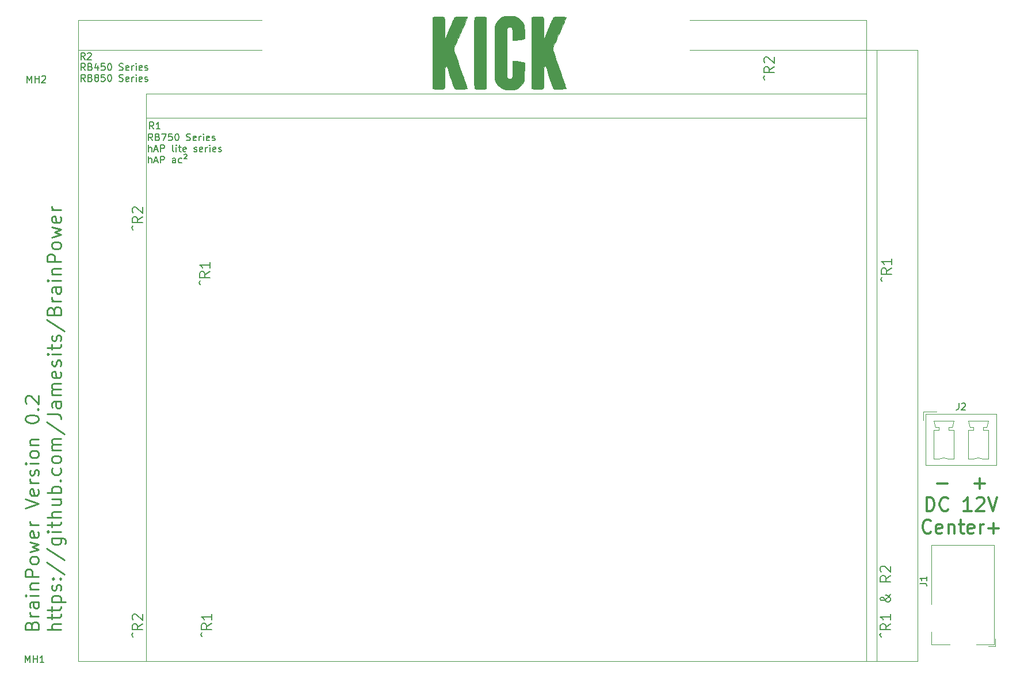
<source format=gbr>
G04 #@! TF.GenerationSoftware,KiCad,Pcbnew,(5.1.2)-2*
G04 #@! TF.CreationDate,2019-10-16T16:48:55+08:00*
G04 #@! TF.ProjectId,BrainPower,42726169-6e50-46f7-9765-722e6b696361,rev?*
G04 #@! TF.SameCoordinates,Original*
G04 #@! TF.FileFunction,Legend,Top*
G04 #@! TF.FilePolarity,Positive*
%FSLAX46Y46*%
G04 Gerber Fmt 4.6, Leading zero omitted, Abs format (unit mm)*
G04 Created by KiCad (PCBNEW (5.1.2)-2) date 2019-10-16 16:48:55*
%MOMM*%
%LPD*%
G04 APERTURE LIST*
%ADD10C,0.150000*%
%ADD11C,0.250000*%
%ADD12C,0.300000*%
%ADD13C,0.120000*%
%ADD14C,0.010000*%
G04 APERTURE END LIST*
D10*
X205315428Y-87094000D02*
X205101142Y-86808285D01*
X205315428Y-86522571D01*
X206672571Y-85165428D02*
X205958285Y-85665428D01*
X206672571Y-86022571D02*
X205172571Y-86022571D01*
X205172571Y-85451142D01*
X205244000Y-85308285D01*
X205315428Y-85236857D01*
X205458285Y-85165428D01*
X205672571Y-85165428D01*
X205815428Y-85236857D01*
X205886857Y-85308285D01*
X205958285Y-85451142D01*
X205958285Y-86022571D01*
X206672571Y-83736857D02*
X206672571Y-84594000D01*
X206672571Y-84165428D02*
X205172571Y-84165428D01*
X205386857Y-84308285D01*
X205529714Y-84451142D01*
X205601142Y-84594000D01*
X105239428Y-139418000D02*
X105025142Y-139132285D01*
X105239428Y-138846571D01*
X106596571Y-137489428D02*
X105882285Y-137989428D01*
X106596571Y-138346571D02*
X105096571Y-138346571D01*
X105096571Y-137775142D01*
X105168000Y-137632285D01*
X105239428Y-137560857D01*
X105382285Y-137489428D01*
X105596571Y-137489428D01*
X105739428Y-137560857D01*
X105810857Y-137632285D01*
X105882285Y-137775142D01*
X105882285Y-138346571D01*
X106596571Y-136060857D02*
X106596571Y-136918000D01*
X106596571Y-136489428D02*
X105096571Y-136489428D01*
X105310857Y-136632285D01*
X105453714Y-136775142D01*
X105525142Y-136918000D01*
X104985428Y-87602000D02*
X104771142Y-87316285D01*
X104985428Y-87030571D01*
X106342571Y-85673428D02*
X105628285Y-86173428D01*
X106342571Y-86530571D02*
X104842571Y-86530571D01*
X104842571Y-85959142D01*
X104914000Y-85816285D01*
X104985428Y-85744857D01*
X105128285Y-85673428D01*
X105342571Y-85673428D01*
X105485428Y-85744857D01*
X105556857Y-85816285D01*
X105628285Y-85959142D01*
X105628285Y-86530571D01*
X106342571Y-84244857D02*
X106342571Y-85102000D01*
X106342571Y-84673428D02*
X104842571Y-84673428D01*
X105056857Y-84816285D01*
X105199714Y-84959142D01*
X105271142Y-85102000D01*
X205188428Y-139459642D02*
X204974142Y-139173928D01*
X205188428Y-138888214D01*
X206545571Y-137531071D02*
X205831285Y-138031071D01*
X206545571Y-138388214D02*
X205045571Y-138388214D01*
X205045571Y-137816785D01*
X205117000Y-137673928D01*
X205188428Y-137602500D01*
X205331285Y-137531071D01*
X205545571Y-137531071D01*
X205688428Y-137602500D01*
X205759857Y-137673928D01*
X205831285Y-137816785D01*
X205831285Y-138388214D01*
X206545571Y-136102500D02*
X206545571Y-136959642D01*
X206545571Y-136531071D02*
X205045571Y-136531071D01*
X205259857Y-136673928D01*
X205402714Y-136816785D01*
X205474142Y-136959642D01*
X206545571Y-133102500D02*
X206545571Y-133173928D01*
X206474142Y-133316785D01*
X206259857Y-133531071D01*
X205831285Y-133888214D01*
X205617000Y-134031071D01*
X205402714Y-134102500D01*
X205259857Y-134102500D01*
X205117000Y-134031071D01*
X205045571Y-133888214D01*
X205045571Y-133816785D01*
X205117000Y-133673928D01*
X205259857Y-133602500D01*
X205331285Y-133602500D01*
X205474142Y-133673928D01*
X205545571Y-133745357D01*
X205831285Y-134173928D01*
X205902714Y-134245357D01*
X206045571Y-134316785D01*
X206259857Y-134316785D01*
X206402714Y-134245357D01*
X206474142Y-134173928D01*
X206545571Y-134031071D01*
X206545571Y-133816785D01*
X206474142Y-133673928D01*
X206402714Y-133602500D01*
X206117000Y-133388214D01*
X205902714Y-133316785D01*
X205759857Y-133316785D01*
X206545571Y-130459642D02*
X205831285Y-130959642D01*
X206545571Y-131316785D02*
X205045571Y-131316785D01*
X205045571Y-130745357D01*
X205117000Y-130602500D01*
X205188428Y-130531071D01*
X205331285Y-130459642D01*
X205545571Y-130459642D01*
X205688428Y-130531071D01*
X205759857Y-130602500D01*
X205831285Y-130745357D01*
X205831285Y-131316785D01*
X205188428Y-129888214D02*
X205117000Y-129816785D01*
X205045571Y-129673928D01*
X205045571Y-129316785D01*
X205117000Y-129173928D01*
X205188428Y-129102500D01*
X205331285Y-129031071D01*
X205474142Y-129031071D01*
X205688428Y-129102500D01*
X206545571Y-129959642D01*
X206545571Y-129031071D01*
X188043428Y-57417642D02*
X187829142Y-57131928D01*
X188043428Y-56846214D01*
X189400571Y-55489071D02*
X188686285Y-55989071D01*
X189400571Y-56346214D02*
X187900571Y-56346214D01*
X187900571Y-55774785D01*
X187972000Y-55631928D01*
X188043428Y-55560500D01*
X188186285Y-55489071D01*
X188400571Y-55489071D01*
X188543428Y-55560500D01*
X188614857Y-55631928D01*
X188686285Y-55774785D01*
X188686285Y-56346214D01*
X188043428Y-54917642D02*
X187972000Y-54846214D01*
X187900571Y-54703357D01*
X187900571Y-54346214D01*
X187972000Y-54203357D01*
X188043428Y-54131928D01*
X188186285Y-54060500D01*
X188329142Y-54060500D01*
X188543428Y-54131928D01*
X189400571Y-54989071D01*
X189400571Y-54060500D01*
X95079428Y-139459642D02*
X94865142Y-139173928D01*
X95079428Y-138888214D01*
X96436571Y-137531071D02*
X95722285Y-138031071D01*
X96436571Y-138388214D02*
X94936571Y-138388214D01*
X94936571Y-137816785D01*
X95008000Y-137673928D01*
X95079428Y-137602500D01*
X95222285Y-137531071D01*
X95436571Y-137531071D01*
X95579428Y-137602500D01*
X95650857Y-137673928D01*
X95722285Y-137816785D01*
X95722285Y-138388214D01*
X95079428Y-136959642D02*
X95008000Y-136888214D01*
X94936571Y-136745357D01*
X94936571Y-136388214D01*
X95008000Y-136245357D01*
X95079428Y-136173928D01*
X95222285Y-136102500D01*
X95365142Y-136102500D01*
X95579428Y-136173928D01*
X96436571Y-137031071D01*
X96436571Y-136102500D01*
X95079428Y-79515642D02*
X94865142Y-79229928D01*
X95079428Y-78944214D01*
X96436571Y-77587071D02*
X95722285Y-78087071D01*
X96436571Y-78444214D02*
X94936571Y-78444214D01*
X94936571Y-77872785D01*
X95008000Y-77729928D01*
X95079428Y-77658500D01*
X95222285Y-77587071D01*
X95436571Y-77587071D01*
X95579428Y-77658500D01*
X95650857Y-77729928D01*
X95722285Y-77872785D01*
X95722285Y-78444214D01*
X95079428Y-77015642D02*
X95008000Y-76944214D01*
X94936571Y-76801357D01*
X94936571Y-76444214D01*
X95008000Y-76301357D01*
X95079428Y-76229928D01*
X95222285Y-76158500D01*
X95365142Y-76158500D01*
X95579428Y-76229928D01*
X96436571Y-77087071D01*
X96436571Y-76158500D01*
X88029023Y-56015380D02*
X87695690Y-55539190D01*
X87457595Y-56015380D02*
X87457595Y-55015380D01*
X87838547Y-55015380D01*
X87933785Y-55063000D01*
X87981404Y-55110619D01*
X88029023Y-55205857D01*
X88029023Y-55348714D01*
X87981404Y-55443952D01*
X87933785Y-55491571D01*
X87838547Y-55539190D01*
X87457595Y-55539190D01*
X88790928Y-55491571D02*
X88933785Y-55539190D01*
X88981404Y-55586809D01*
X89029023Y-55682047D01*
X89029023Y-55824904D01*
X88981404Y-55920142D01*
X88933785Y-55967761D01*
X88838547Y-56015380D01*
X88457595Y-56015380D01*
X88457595Y-55015380D01*
X88790928Y-55015380D01*
X88886166Y-55063000D01*
X88933785Y-55110619D01*
X88981404Y-55205857D01*
X88981404Y-55301095D01*
X88933785Y-55396333D01*
X88886166Y-55443952D01*
X88790928Y-55491571D01*
X88457595Y-55491571D01*
X89886166Y-55348714D02*
X89886166Y-56015380D01*
X89648071Y-54967761D02*
X89409976Y-55682047D01*
X90029023Y-55682047D01*
X90886166Y-55015380D02*
X90409976Y-55015380D01*
X90362357Y-55491571D01*
X90409976Y-55443952D01*
X90505214Y-55396333D01*
X90743309Y-55396333D01*
X90838547Y-55443952D01*
X90886166Y-55491571D01*
X90933785Y-55586809D01*
X90933785Y-55824904D01*
X90886166Y-55920142D01*
X90838547Y-55967761D01*
X90743309Y-56015380D01*
X90505214Y-56015380D01*
X90409976Y-55967761D01*
X90362357Y-55920142D01*
X91552833Y-55015380D02*
X91648071Y-55015380D01*
X91743309Y-55063000D01*
X91790928Y-55110619D01*
X91838547Y-55205857D01*
X91886166Y-55396333D01*
X91886166Y-55634428D01*
X91838547Y-55824904D01*
X91790928Y-55920142D01*
X91743309Y-55967761D01*
X91648071Y-56015380D01*
X91552833Y-56015380D01*
X91457595Y-55967761D01*
X91409976Y-55920142D01*
X91362357Y-55824904D01*
X91314738Y-55634428D01*
X91314738Y-55396333D01*
X91362357Y-55205857D01*
X91409976Y-55110619D01*
X91457595Y-55063000D01*
X91552833Y-55015380D01*
X93029023Y-55967761D02*
X93171880Y-56015380D01*
X93409976Y-56015380D01*
X93505214Y-55967761D01*
X93552833Y-55920142D01*
X93600452Y-55824904D01*
X93600452Y-55729666D01*
X93552833Y-55634428D01*
X93505214Y-55586809D01*
X93409976Y-55539190D01*
X93219500Y-55491571D01*
X93124261Y-55443952D01*
X93076642Y-55396333D01*
X93029023Y-55301095D01*
X93029023Y-55205857D01*
X93076642Y-55110619D01*
X93124261Y-55063000D01*
X93219500Y-55015380D01*
X93457595Y-55015380D01*
X93600452Y-55063000D01*
X94409976Y-55967761D02*
X94314738Y-56015380D01*
X94124261Y-56015380D01*
X94029023Y-55967761D01*
X93981404Y-55872523D01*
X93981404Y-55491571D01*
X94029023Y-55396333D01*
X94124261Y-55348714D01*
X94314738Y-55348714D01*
X94409976Y-55396333D01*
X94457595Y-55491571D01*
X94457595Y-55586809D01*
X93981404Y-55682047D01*
X94886166Y-56015380D02*
X94886166Y-55348714D01*
X94886166Y-55539190D02*
X94933785Y-55443952D01*
X94981404Y-55396333D01*
X95076642Y-55348714D01*
X95171880Y-55348714D01*
X95505214Y-56015380D02*
X95505214Y-55348714D01*
X95505214Y-55015380D02*
X95457595Y-55063000D01*
X95505214Y-55110619D01*
X95552833Y-55063000D01*
X95505214Y-55015380D01*
X95505214Y-55110619D01*
X96362357Y-55967761D02*
X96267119Y-56015380D01*
X96076642Y-56015380D01*
X95981404Y-55967761D01*
X95933785Y-55872523D01*
X95933785Y-55491571D01*
X95981404Y-55396333D01*
X96076642Y-55348714D01*
X96267119Y-55348714D01*
X96362357Y-55396333D01*
X96409976Y-55491571D01*
X96409976Y-55586809D01*
X95933785Y-55682047D01*
X96790928Y-55967761D02*
X96886166Y-56015380D01*
X97076642Y-56015380D01*
X97171880Y-55967761D01*
X97219500Y-55872523D01*
X97219500Y-55824904D01*
X97171880Y-55729666D01*
X97076642Y-55682047D01*
X96933785Y-55682047D01*
X96838547Y-55634428D01*
X96790928Y-55539190D01*
X96790928Y-55491571D01*
X96838547Y-55396333D01*
X96933785Y-55348714D01*
X97076642Y-55348714D01*
X97171880Y-55396333D01*
X88029023Y-57665380D02*
X87695690Y-57189190D01*
X87457595Y-57665380D02*
X87457595Y-56665380D01*
X87838547Y-56665380D01*
X87933785Y-56713000D01*
X87981404Y-56760619D01*
X88029023Y-56855857D01*
X88029023Y-56998714D01*
X87981404Y-57093952D01*
X87933785Y-57141571D01*
X87838547Y-57189190D01*
X87457595Y-57189190D01*
X88790928Y-57141571D02*
X88933785Y-57189190D01*
X88981404Y-57236809D01*
X89029023Y-57332047D01*
X89029023Y-57474904D01*
X88981404Y-57570142D01*
X88933785Y-57617761D01*
X88838547Y-57665380D01*
X88457595Y-57665380D01*
X88457595Y-56665380D01*
X88790928Y-56665380D01*
X88886166Y-56713000D01*
X88933785Y-56760619D01*
X88981404Y-56855857D01*
X88981404Y-56951095D01*
X88933785Y-57046333D01*
X88886166Y-57093952D01*
X88790928Y-57141571D01*
X88457595Y-57141571D01*
X89600452Y-57093952D02*
X89505214Y-57046333D01*
X89457595Y-56998714D01*
X89409976Y-56903476D01*
X89409976Y-56855857D01*
X89457595Y-56760619D01*
X89505214Y-56713000D01*
X89600452Y-56665380D01*
X89790928Y-56665380D01*
X89886166Y-56713000D01*
X89933785Y-56760619D01*
X89981404Y-56855857D01*
X89981404Y-56903476D01*
X89933785Y-56998714D01*
X89886166Y-57046333D01*
X89790928Y-57093952D01*
X89600452Y-57093952D01*
X89505214Y-57141571D01*
X89457595Y-57189190D01*
X89409976Y-57284428D01*
X89409976Y-57474904D01*
X89457595Y-57570142D01*
X89505214Y-57617761D01*
X89600452Y-57665380D01*
X89790928Y-57665380D01*
X89886166Y-57617761D01*
X89933785Y-57570142D01*
X89981404Y-57474904D01*
X89981404Y-57284428D01*
X89933785Y-57189190D01*
X89886166Y-57141571D01*
X89790928Y-57093952D01*
X90886166Y-56665380D02*
X90409976Y-56665380D01*
X90362357Y-57141571D01*
X90409976Y-57093952D01*
X90505214Y-57046333D01*
X90743309Y-57046333D01*
X90838547Y-57093952D01*
X90886166Y-57141571D01*
X90933785Y-57236809D01*
X90933785Y-57474904D01*
X90886166Y-57570142D01*
X90838547Y-57617761D01*
X90743309Y-57665380D01*
X90505214Y-57665380D01*
X90409976Y-57617761D01*
X90362357Y-57570142D01*
X91552833Y-56665380D02*
X91648071Y-56665380D01*
X91743309Y-56713000D01*
X91790928Y-56760619D01*
X91838547Y-56855857D01*
X91886166Y-57046333D01*
X91886166Y-57284428D01*
X91838547Y-57474904D01*
X91790928Y-57570142D01*
X91743309Y-57617761D01*
X91648071Y-57665380D01*
X91552833Y-57665380D01*
X91457595Y-57617761D01*
X91409976Y-57570142D01*
X91362357Y-57474904D01*
X91314738Y-57284428D01*
X91314738Y-57046333D01*
X91362357Y-56855857D01*
X91409976Y-56760619D01*
X91457595Y-56713000D01*
X91552833Y-56665380D01*
X93029023Y-57617761D02*
X93171880Y-57665380D01*
X93409976Y-57665380D01*
X93505214Y-57617761D01*
X93552833Y-57570142D01*
X93600452Y-57474904D01*
X93600452Y-57379666D01*
X93552833Y-57284428D01*
X93505214Y-57236809D01*
X93409976Y-57189190D01*
X93219500Y-57141571D01*
X93124261Y-57093952D01*
X93076642Y-57046333D01*
X93029023Y-56951095D01*
X93029023Y-56855857D01*
X93076642Y-56760619D01*
X93124261Y-56713000D01*
X93219500Y-56665380D01*
X93457595Y-56665380D01*
X93600452Y-56713000D01*
X94409976Y-57617761D02*
X94314738Y-57665380D01*
X94124261Y-57665380D01*
X94029023Y-57617761D01*
X93981404Y-57522523D01*
X93981404Y-57141571D01*
X94029023Y-57046333D01*
X94124261Y-56998714D01*
X94314738Y-56998714D01*
X94409976Y-57046333D01*
X94457595Y-57141571D01*
X94457595Y-57236809D01*
X93981404Y-57332047D01*
X94886166Y-57665380D02*
X94886166Y-56998714D01*
X94886166Y-57189190D02*
X94933785Y-57093952D01*
X94981404Y-57046333D01*
X95076642Y-56998714D01*
X95171880Y-56998714D01*
X95505214Y-57665380D02*
X95505214Y-56998714D01*
X95505214Y-56665380D02*
X95457595Y-56713000D01*
X95505214Y-56760619D01*
X95552833Y-56713000D01*
X95505214Y-56665380D01*
X95505214Y-56760619D01*
X96362357Y-57617761D02*
X96267119Y-57665380D01*
X96076642Y-57665380D01*
X95981404Y-57617761D01*
X95933785Y-57522523D01*
X95933785Y-57141571D01*
X95981404Y-57046333D01*
X96076642Y-56998714D01*
X96267119Y-56998714D01*
X96362357Y-57046333D01*
X96409976Y-57141571D01*
X96409976Y-57236809D01*
X95933785Y-57332047D01*
X96790928Y-57617761D02*
X96886166Y-57665380D01*
X97076642Y-57665380D01*
X97171880Y-57617761D01*
X97219500Y-57522523D01*
X97219500Y-57474904D01*
X97171880Y-57379666D01*
X97076642Y-57332047D01*
X96933785Y-57332047D01*
X96838547Y-57284428D01*
X96790928Y-57189190D01*
X96790928Y-57141571D01*
X96838547Y-57046333D01*
X96933785Y-56998714D01*
X97076642Y-56998714D01*
X97171880Y-57046333D01*
X97935023Y-66366380D02*
X97601690Y-65890190D01*
X97363595Y-66366380D02*
X97363595Y-65366380D01*
X97744547Y-65366380D01*
X97839785Y-65414000D01*
X97887404Y-65461619D01*
X97935023Y-65556857D01*
X97935023Y-65699714D01*
X97887404Y-65794952D01*
X97839785Y-65842571D01*
X97744547Y-65890190D01*
X97363595Y-65890190D01*
X98696928Y-65842571D02*
X98839785Y-65890190D01*
X98887404Y-65937809D01*
X98935023Y-66033047D01*
X98935023Y-66175904D01*
X98887404Y-66271142D01*
X98839785Y-66318761D01*
X98744547Y-66366380D01*
X98363595Y-66366380D01*
X98363595Y-65366380D01*
X98696928Y-65366380D01*
X98792166Y-65414000D01*
X98839785Y-65461619D01*
X98887404Y-65556857D01*
X98887404Y-65652095D01*
X98839785Y-65747333D01*
X98792166Y-65794952D01*
X98696928Y-65842571D01*
X98363595Y-65842571D01*
X99268357Y-65366380D02*
X99935023Y-65366380D01*
X99506452Y-66366380D01*
X100792166Y-65366380D02*
X100315976Y-65366380D01*
X100268357Y-65842571D01*
X100315976Y-65794952D01*
X100411214Y-65747333D01*
X100649309Y-65747333D01*
X100744547Y-65794952D01*
X100792166Y-65842571D01*
X100839785Y-65937809D01*
X100839785Y-66175904D01*
X100792166Y-66271142D01*
X100744547Y-66318761D01*
X100649309Y-66366380D01*
X100411214Y-66366380D01*
X100315976Y-66318761D01*
X100268357Y-66271142D01*
X101458833Y-65366380D02*
X101554071Y-65366380D01*
X101649309Y-65414000D01*
X101696928Y-65461619D01*
X101744547Y-65556857D01*
X101792166Y-65747333D01*
X101792166Y-65985428D01*
X101744547Y-66175904D01*
X101696928Y-66271142D01*
X101649309Y-66318761D01*
X101554071Y-66366380D01*
X101458833Y-66366380D01*
X101363595Y-66318761D01*
X101315976Y-66271142D01*
X101268357Y-66175904D01*
X101220738Y-65985428D01*
X101220738Y-65747333D01*
X101268357Y-65556857D01*
X101315976Y-65461619D01*
X101363595Y-65414000D01*
X101458833Y-65366380D01*
X102935023Y-66318761D02*
X103077880Y-66366380D01*
X103315976Y-66366380D01*
X103411214Y-66318761D01*
X103458833Y-66271142D01*
X103506452Y-66175904D01*
X103506452Y-66080666D01*
X103458833Y-65985428D01*
X103411214Y-65937809D01*
X103315976Y-65890190D01*
X103125500Y-65842571D01*
X103030261Y-65794952D01*
X102982642Y-65747333D01*
X102935023Y-65652095D01*
X102935023Y-65556857D01*
X102982642Y-65461619D01*
X103030261Y-65414000D01*
X103125500Y-65366380D01*
X103363595Y-65366380D01*
X103506452Y-65414000D01*
X104315976Y-66318761D02*
X104220738Y-66366380D01*
X104030261Y-66366380D01*
X103935023Y-66318761D01*
X103887404Y-66223523D01*
X103887404Y-65842571D01*
X103935023Y-65747333D01*
X104030261Y-65699714D01*
X104220738Y-65699714D01*
X104315976Y-65747333D01*
X104363595Y-65842571D01*
X104363595Y-65937809D01*
X103887404Y-66033047D01*
X104792166Y-66366380D02*
X104792166Y-65699714D01*
X104792166Y-65890190D02*
X104839785Y-65794952D01*
X104887404Y-65747333D01*
X104982642Y-65699714D01*
X105077880Y-65699714D01*
X105411214Y-66366380D02*
X105411214Y-65699714D01*
X105411214Y-65366380D02*
X105363595Y-65414000D01*
X105411214Y-65461619D01*
X105458833Y-65414000D01*
X105411214Y-65366380D01*
X105411214Y-65461619D01*
X106268357Y-66318761D02*
X106173119Y-66366380D01*
X105982642Y-66366380D01*
X105887404Y-66318761D01*
X105839785Y-66223523D01*
X105839785Y-65842571D01*
X105887404Y-65747333D01*
X105982642Y-65699714D01*
X106173119Y-65699714D01*
X106268357Y-65747333D01*
X106315976Y-65842571D01*
X106315976Y-65937809D01*
X105839785Y-66033047D01*
X106696928Y-66318761D02*
X106792166Y-66366380D01*
X106982642Y-66366380D01*
X107077880Y-66318761D01*
X107125500Y-66223523D01*
X107125500Y-66175904D01*
X107077880Y-66080666D01*
X106982642Y-66033047D01*
X106839785Y-66033047D01*
X106744547Y-65985428D01*
X106696928Y-65890190D01*
X106696928Y-65842571D01*
X106744547Y-65747333D01*
X106839785Y-65699714D01*
X106982642Y-65699714D01*
X107077880Y-65747333D01*
X97363595Y-68016380D02*
X97363595Y-67016380D01*
X97792166Y-68016380D02*
X97792166Y-67492571D01*
X97744547Y-67397333D01*
X97649309Y-67349714D01*
X97506452Y-67349714D01*
X97411214Y-67397333D01*
X97363595Y-67444952D01*
X98220738Y-67730666D02*
X98696928Y-67730666D01*
X98125500Y-68016380D02*
X98458833Y-67016380D01*
X98792166Y-68016380D01*
X99125500Y-68016380D02*
X99125500Y-67016380D01*
X99506452Y-67016380D01*
X99601690Y-67064000D01*
X99649309Y-67111619D01*
X99696928Y-67206857D01*
X99696928Y-67349714D01*
X99649309Y-67444952D01*
X99601690Y-67492571D01*
X99506452Y-67540190D01*
X99125500Y-67540190D01*
X101030261Y-68016380D02*
X100935023Y-67968761D01*
X100887404Y-67873523D01*
X100887404Y-67016380D01*
X101411214Y-68016380D02*
X101411214Y-67349714D01*
X101411214Y-67016380D02*
X101363595Y-67064000D01*
X101411214Y-67111619D01*
X101458833Y-67064000D01*
X101411214Y-67016380D01*
X101411214Y-67111619D01*
X101744547Y-67349714D02*
X102125500Y-67349714D01*
X101887404Y-67016380D02*
X101887404Y-67873523D01*
X101935023Y-67968761D01*
X102030261Y-68016380D01*
X102125500Y-68016380D01*
X102839785Y-67968761D02*
X102744547Y-68016380D01*
X102554071Y-68016380D01*
X102458833Y-67968761D01*
X102411214Y-67873523D01*
X102411214Y-67492571D01*
X102458833Y-67397333D01*
X102554071Y-67349714D01*
X102744547Y-67349714D01*
X102839785Y-67397333D01*
X102887404Y-67492571D01*
X102887404Y-67587809D01*
X102411214Y-67683047D01*
X104030261Y-67968761D02*
X104125500Y-68016380D01*
X104315976Y-68016380D01*
X104411214Y-67968761D01*
X104458833Y-67873523D01*
X104458833Y-67825904D01*
X104411214Y-67730666D01*
X104315976Y-67683047D01*
X104173119Y-67683047D01*
X104077880Y-67635428D01*
X104030261Y-67540190D01*
X104030261Y-67492571D01*
X104077880Y-67397333D01*
X104173119Y-67349714D01*
X104315976Y-67349714D01*
X104411214Y-67397333D01*
X105268357Y-67968761D02*
X105173119Y-68016380D01*
X104982642Y-68016380D01*
X104887404Y-67968761D01*
X104839785Y-67873523D01*
X104839785Y-67492571D01*
X104887404Y-67397333D01*
X104982642Y-67349714D01*
X105173119Y-67349714D01*
X105268357Y-67397333D01*
X105315976Y-67492571D01*
X105315976Y-67587809D01*
X104839785Y-67683047D01*
X105744547Y-68016380D02*
X105744547Y-67349714D01*
X105744547Y-67540190D02*
X105792166Y-67444952D01*
X105839785Y-67397333D01*
X105935023Y-67349714D01*
X106030261Y-67349714D01*
X106363595Y-68016380D02*
X106363595Y-67349714D01*
X106363595Y-67016380D02*
X106315976Y-67064000D01*
X106363595Y-67111619D01*
X106411214Y-67064000D01*
X106363595Y-67016380D01*
X106363595Y-67111619D01*
X107220738Y-67968761D02*
X107125500Y-68016380D01*
X106935023Y-68016380D01*
X106839785Y-67968761D01*
X106792166Y-67873523D01*
X106792166Y-67492571D01*
X106839785Y-67397333D01*
X106935023Y-67349714D01*
X107125500Y-67349714D01*
X107220738Y-67397333D01*
X107268357Y-67492571D01*
X107268357Y-67587809D01*
X106792166Y-67683047D01*
X107649309Y-67968761D02*
X107744547Y-68016380D01*
X107935023Y-68016380D01*
X108030261Y-67968761D01*
X108077880Y-67873523D01*
X108077880Y-67825904D01*
X108030261Y-67730666D01*
X107935023Y-67683047D01*
X107792166Y-67683047D01*
X107696928Y-67635428D01*
X107649309Y-67540190D01*
X107649309Y-67492571D01*
X107696928Y-67397333D01*
X107792166Y-67349714D01*
X107935023Y-67349714D01*
X108030261Y-67397333D01*
X97363595Y-69666380D02*
X97363595Y-68666380D01*
X97792166Y-69666380D02*
X97792166Y-69142571D01*
X97744547Y-69047333D01*
X97649309Y-68999714D01*
X97506452Y-68999714D01*
X97411214Y-69047333D01*
X97363595Y-69094952D01*
X98220738Y-69380666D02*
X98696928Y-69380666D01*
X98125500Y-69666380D02*
X98458833Y-68666380D01*
X98792166Y-69666380D01*
X99125500Y-69666380D02*
X99125500Y-68666380D01*
X99506452Y-68666380D01*
X99601690Y-68714000D01*
X99649309Y-68761619D01*
X99696928Y-68856857D01*
X99696928Y-68999714D01*
X99649309Y-69094952D01*
X99601690Y-69142571D01*
X99506452Y-69190190D01*
X99125500Y-69190190D01*
X101315976Y-69666380D02*
X101315976Y-69142571D01*
X101268357Y-69047333D01*
X101173119Y-68999714D01*
X100982642Y-68999714D01*
X100887404Y-69047333D01*
X101315976Y-69618761D02*
X101220738Y-69666380D01*
X100982642Y-69666380D01*
X100887404Y-69618761D01*
X100839785Y-69523523D01*
X100839785Y-69428285D01*
X100887404Y-69333047D01*
X100982642Y-69285428D01*
X101220738Y-69285428D01*
X101315976Y-69237809D01*
X102220738Y-69618761D02*
X102125500Y-69666380D01*
X101935023Y-69666380D01*
X101839785Y-69618761D01*
X101792166Y-69571142D01*
X101744547Y-69475904D01*
X101744547Y-69190190D01*
X101792166Y-69094952D01*
X101839785Y-69047333D01*
X101935023Y-68999714D01*
X102125500Y-68999714D01*
X102220738Y-69047333D01*
X102601690Y-68428285D02*
X102696928Y-68380666D01*
X102839785Y-68380666D01*
X102935023Y-68428285D01*
X102982642Y-68523523D01*
X102982642Y-68618761D01*
X102935023Y-68714000D01*
X102601690Y-69047333D01*
X102982642Y-69047333D01*
D11*
X80147142Y-137759642D02*
X80242380Y-137473928D01*
X80337619Y-137378690D01*
X80528095Y-137283452D01*
X80813809Y-137283452D01*
X81004285Y-137378690D01*
X81099523Y-137473928D01*
X81194761Y-137664404D01*
X81194761Y-138426309D01*
X79194761Y-138426309D01*
X79194761Y-137759642D01*
X79290000Y-137569166D01*
X79385238Y-137473928D01*
X79575714Y-137378690D01*
X79766190Y-137378690D01*
X79956666Y-137473928D01*
X80051904Y-137569166D01*
X80147142Y-137759642D01*
X80147142Y-138426309D01*
X81194761Y-136426309D02*
X79861428Y-136426309D01*
X80242380Y-136426309D02*
X80051904Y-136331071D01*
X79956666Y-136235833D01*
X79861428Y-136045357D01*
X79861428Y-135854880D01*
X81194761Y-134331071D02*
X80147142Y-134331071D01*
X79956666Y-134426309D01*
X79861428Y-134616785D01*
X79861428Y-134997738D01*
X79956666Y-135188214D01*
X81099523Y-134331071D02*
X81194761Y-134521547D01*
X81194761Y-134997738D01*
X81099523Y-135188214D01*
X80909047Y-135283452D01*
X80718571Y-135283452D01*
X80528095Y-135188214D01*
X80432857Y-134997738D01*
X80432857Y-134521547D01*
X80337619Y-134331071D01*
X81194761Y-133378690D02*
X79861428Y-133378690D01*
X79194761Y-133378690D02*
X79290000Y-133473928D01*
X79385238Y-133378690D01*
X79290000Y-133283452D01*
X79194761Y-133378690D01*
X79385238Y-133378690D01*
X79861428Y-132426309D02*
X81194761Y-132426309D01*
X80051904Y-132426309D02*
X79956666Y-132331071D01*
X79861428Y-132140595D01*
X79861428Y-131854880D01*
X79956666Y-131664404D01*
X80147142Y-131569166D01*
X81194761Y-131569166D01*
X81194761Y-130616785D02*
X79194761Y-130616785D01*
X79194761Y-129854880D01*
X79290000Y-129664404D01*
X79385238Y-129569166D01*
X79575714Y-129473928D01*
X79861428Y-129473928D01*
X80051904Y-129569166D01*
X80147142Y-129664404D01*
X80242380Y-129854880D01*
X80242380Y-130616785D01*
X81194761Y-128331071D02*
X81099523Y-128521547D01*
X81004285Y-128616785D01*
X80813809Y-128712023D01*
X80242380Y-128712023D01*
X80051904Y-128616785D01*
X79956666Y-128521547D01*
X79861428Y-128331071D01*
X79861428Y-128045357D01*
X79956666Y-127854880D01*
X80051904Y-127759642D01*
X80242380Y-127664404D01*
X80813809Y-127664404D01*
X81004285Y-127759642D01*
X81099523Y-127854880D01*
X81194761Y-128045357D01*
X81194761Y-128331071D01*
X79861428Y-126997738D02*
X81194761Y-126616785D01*
X80242380Y-126235833D01*
X81194761Y-125854880D01*
X79861428Y-125473928D01*
X81099523Y-123950119D02*
X81194761Y-124140595D01*
X81194761Y-124521547D01*
X81099523Y-124712023D01*
X80909047Y-124807261D01*
X80147142Y-124807261D01*
X79956666Y-124712023D01*
X79861428Y-124521547D01*
X79861428Y-124140595D01*
X79956666Y-123950119D01*
X80147142Y-123854880D01*
X80337619Y-123854880D01*
X80528095Y-124807261D01*
X81194761Y-122997738D02*
X79861428Y-122997738D01*
X80242380Y-122997738D02*
X80051904Y-122902500D01*
X79956666Y-122807261D01*
X79861428Y-122616785D01*
X79861428Y-122426309D01*
X79194761Y-120521547D02*
X81194761Y-119854880D01*
X79194761Y-119188214D01*
X81099523Y-117759642D02*
X81194761Y-117950119D01*
X81194761Y-118331071D01*
X81099523Y-118521547D01*
X80909047Y-118616785D01*
X80147142Y-118616785D01*
X79956666Y-118521547D01*
X79861428Y-118331071D01*
X79861428Y-117950119D01*
X79956666Y-117759642D01*
X80147142Y-117664404D01*
X80337619Y-117664404D01*
X80528095Y-118616785D01*
X81194761Y-116807261D02*
X79861428Y-116807261D01*
X80242380Y-116807261D02*
X80051904Y-116712023D01*
X79956666Y-116616785D01*
X79861428Y-116426309D01*
X79861428Y-116235833D01*
X81099523Y-115664404D02*
X81194761Y-115473928D01*
X81194761Y-115092976D01*
X81099523Y-114902500D01*
X80909047Y-114807261D01*
X80813809Y-114807261D01*
X80623333Y-114902500D01*
X80528095Y-115092976D01*
X80528095Y-115378690D01*
X80432857Y-115569166D01*
X80242380Y-115664404D01*
X80147142Y-115664404D01*
X79956666Y-115569166D01*
X79861428Y-115378690D01*
X79861428Y-115092976D01*
X79956666Y-114902500D01*
X81194761Y-113950119D02*
X79861428Y-113950119D01*
X79194761Y-113950119D02*
X79290000Y-114045357D01*
X79385238Y-113950119D01*
X79290000Y-113854880D01*
X79194761Y-113950119D01*
X79385238Y-113950119D01*
X81194761Y-112712023D02*
X81099523Y-112902500D01*
X81004285Y-112997738D01*
X80813809Y-113092976D01*
X80242380Y-113092976D01*
X80051904Y-112997738D01*
X79956666Y-112902500D01*
X79861428Y-112712023D01*
X79861428Y-112426309D01*
X79956666Y-112235833D01*
X80051904Y-112140595D01*
X80242380Y-112045357D01*
X80813809Y-112045357D01*
X81004285Y-112140595D01*
X81099523Y-112235833D01*
X81194761Y-112426309D01*
X81194761Y-112712023D01*
X79861428Y-111188214D02*
X81194761Y-111188214D01*
X80051904Y-111188214D02*
X79956666Y-111092976D01*
X79861428Y-110902500D01*
X79861428Y-110616785D01*
X79956666Y-110426309D01*
X80147142Y-110331071D01*
X81194761Y-110331071D01*
X79194761Y-107473928D02*
X79194761Y-107283452D01*
X79290000Y-107092976D01*
X79385238Y-106997738D01*
X79575714Y-106902500D01*
X79956666Y-106807261D01*
X80432857Y-106807261D01*
X80813809Y-106902500D01*
X81004285Y-106997738D01*
X81099523Y-107092976D01*
X81194761Y-107283452D01*
X81194761Y-107473928D01*
X81099523Y-107664404D01*
X81004285Y-107759642D01*
X80813809Y-107854880D01*
X80432857Y-107950119D01*
X79956666Y-107950119D01*
X79575714Y-107854880D01*
X79385238Y-107759642D01*
X79290000Y-107664404D01*
X79194761Y-107473928D01*
X81004285Y-105950119D02*
X81099523Y-105854880D01*
X81194761Y-105950119D01*
X81099523Y-106045357D01*
X81004285Y-105950119D01*
X81194761Y-105950119D01*
X79385238Y-105092976D02*
X79290000Y-104997738D01*
X79194761Y-104807261D01*
X79194761Y-104331071D01*
X79290000Y-104140595D01*
X79385238Y-104045357D01*
X79575714Y-103950119D01*
X79766190Y-103950119D01*
X80051904Y-104045357D01*
X81194761Y-105188214D01*
X81194761Y-103950119D01*
X84444761Y-138426309D02*
X82444761Y-138426309D01*
X84444761Y-137569166D02*
X83397142Y-137569166D01*
X83206666Y-137664404D01*
X83111428Y-137854880D01*
X83111428Y-138140595D01*
X83206666Y-138331071D01*
X83301904Y-138426309D01*
X83111428Y-136902500D02*
X83111428Y-136140595D01*
X82444761Y-136616785D02*
X84159047Y-136616785D01*
X84349523Y-136521547D01*
X84444761Y-136331071D01*
X84444761Y-136140595D01*
X83111428Y-135759642D02*
X83111428Y-134997738D01*
X82444761Y-135473928D02*
X84159047Y-135473928D01*
X84349523Y-135378690D01*
X84444761Y-135188214D01*
X84444761Y-134997738D01*
X83111428Y-134331071D02*
X85111428Y-134331071D01*
X83206666Y-134331071D02*
X83111428Y-134140595D01*
X83111428Y-133759642D01*
X83206666Y-133569166D01*
X83301904Y-133473928D01*
X83492380Y-133378690D01*
X84063809Y-133378690D01*
X84254285Y-133473928D01*
X84349523Y-133569166D01*
X84444761Y-133759642D01*
X84444761Y-134140595D01*
X84349523Y-134331071D01*
X84349523Y-132616785D02*
X84444761Y-132426309D01*
X84444761Y-132045357D01*
X84349523Y-131854880D01*
X84159047Y-131759642D01*
X84063809Y-131759642D01*
X83873333Y-131854880D01*
X83778095Y-132045357D01*
X83778095Y-132331071D01*
X83682857Y-132521547D01*
X83492380Y-132616785D01*
X83397142Y-132616785D01*
X83206666Y-132521547D01*
X83111428Y-132331071D01*
X83111428Y-132045357D01*
X83206666Y-131854880D01*
X84254285Y-130902500D02*
X84349523Y-130807261D01*
X84444761Y-130902500D01*
X84349523Y-130997738D01*
X84254285Y-130902500D01*
X84444761Y-130902500D01*
X83206666Y-130902500D02*
X83301904Y-130807261D01*
X83397142Y-130902500D01*
X83301904Y-130997738D01*
X83206666Y-130902500D01*
X83397142Y-130902500D01*
X82349523Y-128521547D02*
X84920952Y-130235833D01*
X82349523Y-126426309D02*
X84920952Y-128140595D01*
X83111428Y-124902500D02*
X84730476Y-124902500D01*
X84920952Y-124997738D01*
X85016190Y-125092976D01*
X85111428Y-125283452D01*
X85111428Y-125569166D01*
X85016190Y-125759642D01*
X84349523Y-124902500D02*
X84444761Y-125092976D01*
X84444761Y-125473928D01*
X84349523Y-125664404D01*
X84254285Y-125759642D01*
X84063809Y-125854880D01*
X83492380Y-125854880D01*
X83301904Y-125759642D01*
X83206666Y-125664404D01*
X83111428Y-125473928D01*
X83111428Y-125092976D01*
X83206666Y-124902500D01*
X84444761Y-123950119D02*
X83111428Y-123950119D01*
X82444761Y-123950119D02*
X82540000Y-124045357D01*
X82635238Y-123950119D01*
X82540000Y-123854880D01*
X82444761Y-123950119D01*
X82635238Y-123950119D01*
X83111428Y-123283452D02*
X83111428Y-122521547D01*
X82444761Y-122997738D02*
X84159047Y-122997738D01*
X84349523Y-122902500D01*
X84444761Y-122712023D01*
X84444761Y-122521547D01*
X84444761Y-121854880D02*
X82444761Y-121854880D01*
X84444761Y-120997738D02*
X83397142Y-120997738D01*
X83206666Y-121092976D01*
X83111428Y-121283452D01*
X83111428Y-121569166D01*
X83206666Y-121759642D01*
X83301904Y-121854880D01*
X83111428Y-119188214D02*
X84444761Y-119188214D01*
X83111428Y-120045357D02*
X84159047Y-120045357D01*
X84349523Y-119950119D01*
X84444761Y-119759642D01*
X84444761Y-119473928D01*
X84349523Y-119283452D01*
X84254285Y-119188214D01*
X84444761Y-118235833D02*
X82444761Y-118235833D01*
X83206666Y-118235833D02*
X83111428Y-118045357D01*
X83111428Y-117664404D01*
X83206666Y-117473928D01*
X83301904Y-117378690D01*
X83492380Y-117283452D01*
X84063809Y-117283452D01*
X84254285Y-117378690D01*
X84349523Y-117473928D01*
X84444761Y-117664404D01*
X84444761Y-118045357D01*
X84349523Y-118235833D01*
X84254285Y-116426309D02*
X84349523Y-116331071D01*
X84444761Y-116426309D01*
X84349523Y-116521547D01*
X84254285Y-116426309D01*
X84444761Y-116426309D01*
X84349523Y-114616785D02*
X84444761Y-114807261D01*
X84444761Y-115188214D01*
X84349523Y-115378690D01*
X84254285Y-115473928D01*
X84063809Y-115569166D01*
X83492380Y-115569166D01*
X83301904Y-115473928D01*
X83206666Y-115378690D01*
X83111428Y-115188214D01*
X83111428Y-114807261D01*
X83206666Y-114616785D01*
X84444761Y-113473928D02*
X84349523Y-113664404D01*
X84254285Y-113759642D01*
X84063809Y-113854880D01*
X83492380Y-113854880D01*
X83301904Y-113759642D01*
X83206666Y-113664404D01*
X83111428Y-113473928D01*
X83111428Y-113188214D01*
X83206666Y-112997738D01*
X83301904Y-112902500D01*
X83492380Y-112807261D01*
X84063809Y-112807261D01*
X84254285Y-112902500D01*
X84349523Y-112997738D01*
X84444761Y-113188214D01*
X84444761Y-113473928D01*
X84444761Y-111950119D02*
X83111428Y-111950119D01*
X83301904Y-111950119D02*
X83206666Y-111854880D01*
X83111428Y-111664404D01*
X83111428Y-111378690D01*
X83206666Y-111188214D01*
X83397142Y-111092976D01*
X84444761Y-111092976D01*
X83397142Y-111092976D02*
X83206666Y-110997738D01*
X83111428Y-110807261D01*
X83111428Y-110521547D01*
X83206666Y-110331071D01*
X83397142Y-110235833D01*
X84444761Y-110235833D01*
X82349523Y-107854880D02*
X84920952Y-109569166D01*
X82444761Y-106616785D02*
X83873333Y-106616785D01*
X84159047Y-106712023D01*
X84349523Y-106902500D01*
X84444761Y-107188214D01*
X84444761Y-107378690D01*
X84444761Y-104807261D02*
X83397142Y-104807261D01*
X83206666Y-104902500D01*
X83111428Y-105092976D01*
X83111428Y-105473928D01*
X83206666Y-105664404D01*
X84349523Y-104807261D02*
X84444761Y-104997738D01*
X84444761Y-105473928D01*
X84349523Y-105664404D01*
X84159047Y-105759642D01*
X83968571Y-105759642D01*
X83778095Y-105664404D01*
X83682857Y-105473928D01*
X83682857Y-104997738D01*
X83587619Y-104807261D01*
X84444761Y-103854880D02*
X83111428Y-103854880D01*
X83301904Y-103854880D02*
X83206666Y-103759642D01*
X83111428Y-103569166D01*
X83111428Y-103283452D01*
X83206666Y-103092976D01*
X83397142Y-102997738D01*
X84444761Y-102997738D01*
X83397142Y-102997738D02*
X83206666Y-102902500D01*
X83111428Y-102712023D01*
X83111428Y-102426309D01*
X83206666Y-102235833D01*
X83397142Y-102140595D01*
X84444761Y-102140595D01*
X84349523Y-100426309D02*
X84444761Y-100616785D01*
X84444761Y-100997738D01*
X84349523Y-101188214D01*
X84159047Y-101283452D01*
X83397142Y-101283452D01*
X83206666Y-101188214D01*
X83111428Y-100997738D01*
X83111428Y-100616785D01*
X83206666Y-100426309D01*
X83397142Y-100331071D01*
X83587619Y-100331071D01*
X83778095Y-101283452D01*
X84349523Y-99569166D02*
X84444761Y-99378690D01*
X84444761Y-98997738D01*
X84349523Y-98807261D01*
X84159047Y-98712023D01*
X84063809Y-98712023D01*
X83873333Y-98807261D01*
X83778095Y-98997738D01*
X83778095Y-99283452D01*
X83682857Y-99473928D01*
X83492380Y-99569166D01*
X83397142Y-99569166D01*
X83206666Y-99473928D01*
X83111428Y-99283452D01*
X83111428Y-98997738D01*
X83206666Y-98807261D01*
X84444761Y-97854880D02*
X83111428Y-97854880D01*
X82444761Y-97854880D02*
X82540000Y-97950119D01*
X82635238Y-97854880D01*
X82540000Y-97759642D01*
X82444761Y-97854880D01*
X82635238Y-97854880D01*
X83111428Y-97188214D02*
X83111428Y-96426309D01*
X82444761Y-96902500D02*
X84159047Y-96902500D01*
X84349523Y-96807261D01*
X84444761Y-96616785D01*
X84444761Y-96426309D01*
X84349523Y-95854880D02*
X84444761Y-95664404D01*
X84444761Y-95283452D01*
X84349523Y-95092976D01*
X84159047Y-94997738D01*
X84063809Y-94997738D01*
X83873333Y-95092976D01*
X83778095Y-95283452D01*
X83778095Y-95569166D01*
X83682857Y-95759642D01*
X83492380Y-95854880D01*
X83397142Y-95854880D01*
X83206666Y-95759642D01*
X83111428Y-95569166D01*
X83111428Y-95283452D01*
X83206666Y-95092976D01*
X82349523Y-92712023D02*
X84920952Y-94426309D01*
X83397142Y-91378690D02*
X83492380Y-91092976D01*
X83587619Y-90997738D01*
X83778095Y-90902500D01*
X84063809Y-90902500D01*
X84254285Y-90997738D01*
X84349523Y-91092976D01*
X84444761Y-91283452D01*
X84444761Y-92045357D01*
X82444761Y-92045357D01*
X82444761Y-91378690D01*
X82540000Y-91188214D01*
X82635238Y-91092976D01*
X82825714Y-90997738D01*
X83016190Y-90997738D01*
X83206666Y-91092976D01*
X83301904Y-91188214D01*
X83397142Y-91378690D01*
X83397142Y-92045357D01*
X84444761Y-90045357D02*
X83111428Y-90045357D01*
X83492380Y-90045357D02*
X83301904Y-89950119D01*
X83206666Y-89854880D01*
X83111428Y-89664404D01*
X83111428Y-89473928D01*
X84444761Y-87950119D02*
X83397142Y-87950119D01*
X83206666Y-88045357D01*
X83111428Y-88235833D01*
X83111428Y-88616785D01*
X83206666Y-88807261D01*
X84349523Y-87950119D02*
X84444761Y-88140595D01*
X84444761Y-88616785D01*
X84349523Y-88807261D01*
X84159047Y-88902500D01*
X83968571Y-88902500D01*
X83778095Y-88807261D01*
X83682857Y-88616785D01*
X83682857Y-88140595D01*
X83587619Y-87950119D01*
X84444761Y-86997738D02*
X83111428Y-86997738D01*
X82444761Y-86997738D02*
X82540000Y-87092976D01*
X82635238Y-86997738D01*
X82540000Y-86902500D01*
X82444761Y-86997738D01*
X82635238Y-86997738D01*
X83111428Y-86045357D02*
X84444761Y-86045357D01*
X83301904Y-86045357D02*
X83206666Y-85950119D01*
X83111428Y-85759642D01*
X83111428Y-85473928D01*
X83206666Y-85283452D01*
X83397142Y-85188214D01*
X84444761Y-85188214D01*
X84444761Y-84235833D02*
X82444761Y-84235833D01*
X82444761Y-83473928D01*
X82540000Y-83283452D01*
X82635238Y-83188214D01*
X82825714Y-83092976D01*
X83111428Y-83092976D01*
X83301904Y-83188214D01*
X83397142Y-83283452D01*
X83492380Y-83473928D01*
X83492380Y-84235833D01*
X84444761Y-81950119D02*
X84349523Y-82140595D01*
X84254285Y-82235833D01*
X84063809Y-82331071D01*
X83492380Y-82331071D01*
X83301904Y-82235833D01*
X83206666Y-82140595D01*
X83111428Y-81950119D01*
X83111428Y-81664404D01*
X83206666Y-81473928D01*
X83301904Y-81378690D01*
X83492380Y-81283452D01*
X84063809Y-81283452D01*
X84254285Y-81378690D01*
X84349523Y-81473928D01*
X84444761Y-81664404D01*
X84444761Y-81950119D01*
X83111428Y-80616785D02*
X84444761Y-80235833D01*
X83492380Y-79854880D01*
X84444761Y-79473928D01*
X83111428Y-79092976D01*
X84349523Y-77569166D02*
X84444761Y-77759642D01*
X84444761Y-78140595D01*
X84349523Y-78331071D01*
X84159047Y-78426309D01*
X83397142Y-78426309D01*
X83206666Y-78331071D01*
X83111428Y-78140595D01*
X83111428Y-77759642D01*
X83206666Y-77569166D01*
X83397142Y-77473928D01*
X83587619Y-77473928D01*
X83778095Y-78426309D01*
X84444761Y-76616785D02*
X83111428Y-76616785D01*
X83492380Y-76616785D02*
X83301904Y-76521547D01*
X83206666Y-76426309D01*
X83111428Y-76235833D01*
X83111428Y-76045357D01*
D12*
X213392190Y-116857857D02*
X214916000Y-116857857D01*
X218916000Y-116857857D02*
X220439809Y-116857857D01*
X219677904Y-117619761D02*
X219677904Y-116095952D01*
X211868380Y-120919761D02*
X211868380Y-118919761D01*
X212344571Y-118919761D01*
X212630285Y-119015000D01*
X212820761Y-119205476D01*
X212916000Y-119395952D01*
X213011238Y-119776904D01*
X213011238Y-120062619D01*
X212916000Y-120443571D01*
X212820761Y-120634047D01*
X212630285Y-120824523D01*
X212344571Y-120919761D01*
X211868380Y-120919761D01*
X215011238Y-120729285D02*
X214916000Y-120824523D01*
X214630285Y-120919761D01*
X214439809Y-120919761D01*
X214154095Y-120824523D01*
X213963619Y-120634047D01*
X213868380Y-120443571D01*
X213773142Y-120062619D01*
X213773142Y-119776904D01*
X213868380Y-119395952D01*
X213963619Y-119205476D01*
X214154095Y-119015000D01*
X214439809Y-118919761D01*
X214630285Y-118919761D01*
X214916000Y-119015000D01*
X215011238Y-119110238D01*
X218439809Y-120919761D02*
X217296952Y-120919761D01*
X217868380Y-120919761D02*
X217868380Y-118919761D01*
X217677904Y-119205476D01*
X217487428Y-119395952D01*
X217296952Y-119491190D01*
X219201714Y-119110238D02*
X219296952Y-119015000D01*
X219487428Y-118919761D01*
X219963619Y-118919761D01*
X220154095Y-119015000D01*
X220249333Y-119110238D01*
X220344571Y-119300714D01*
X220344571Y-119491190D01*
X220249333Y-119776904D01*
X219106476Y-120919761D01*
X220344571Y-120919761D01*
X220916000Y-118919761D02*
X221582666Y-120919761D01*
X222249333Y-118919761D01*
X212487428Y-124029285D02*
X212392190Y-124124523D01*
X212106476Y-124219761D01*
X211916000Y-124219761D01*
X211630285Y-124124523D01*
X211439809Y-123934047D01*
X211344571Y-123743571D01*
X211249333Y-123362619D01*
X211249333Y-123076904D01*
X211344571Y-122695952D01*
X211439809Y-122505476D01*
X211630285Y-122315000D01*
X211916000Y-122219761D01*
X212106476Y-122219761D01*
X212392190Y-122315000D01*
X212487428Y-122410238D01*
X214106476Y-124124523D02*
X213916000Y-124219761D01*
X213535047Y-124219761D01*
X213344571Y-124124523D01*
X213249333Y-123934047D01*
X213249333Y-123172142D01*
X213344571Y-122981666D01*
X213535047Y-122886428D01*
X213916000Y-122886428D01*
X214106476Y-122981666D01*
X214201714Y-123172142D01*
X214201714Y-123362619D01*
X213249333Y-123553095D01*
X215058857Y-122886428D02*
X215058857Y-124219761D01*
X215058857Y-123076904D02*
X215154095Y-122981666D01*
X215344571Y-122886428D01*
X215630285Y-122886428D01*
X215820761Y-122981666D01*
X215916000Y-123172142D01*
X215916000Y-124219761D01*
X216582666Y-122886428D02*
X217344571Y-122886428D01*
X216868380Y-122219761D02*
X216868380Y-123934047D01*
X216963619Y-124124523D01*
X217154095Y-124219761D01*
X217344571Y-124219761D01*
X218773142Y-124124523D02*
X218582666Y-124219761D01*
X218201714Y-124219761D01*
X218011238Y-124124523D01*
X217916000Y-123934047D01*
X217916000Y-123172142D01*
X218011238Y-122981666D01*
X218201714Y-122886428D01*
X218582666Y-122886428D01*
X218773142Y-122981666D01*
X218868380Y-123172142D01*
X218868380Y-123362619D01*
X217916000Y-123553095D01*
X219725523Y-124219761D02*
X219725523Y-122886428D01*
X219725523Y-123267380D02*
X219820761Y-123076904D01*
X219916000Y-122981666D01*
X220106476Y-122886428D01*
X220296952Y-122886428D01*
X220963619Y-123457857D02*
X222487428Y-123457857D01*
X221725523Y-124219761D02*
X221725523Y-122695952D01*
D13*
X203000000Y-59500000D02*
X203000000Y-63000000D01*
X97000000Y-59500000D02*
X203000000Y-59500000D01*
X97000000Y-59500000D02*
X97000000Y-63000000D01*
X97000000Y-63000000D02*
X97000000Y-143000000D01*
X203000000Y-63000000D02*
X97000000Y-63000000D01*
X203000000Y-143000000D02*
X203000000Y-63000000D01*
X97000000Y-143000000D02*
X203000000Y-143000000D01*
X87000000Y-53000000D02*
X87000000Y-143000000D01*
X203000000Y-143000000D02*
X203000000Y-53000000D01*
X203000000Y-53000000D02*
X177000000Y-53000000D01*
X210500000Y-143000000D02*
X210500000Y-53000000D01*
X177000000Y-48600000D02*
X203000000Y-48600000D01*
X210500000Y-53000000D02*
X203000000Y-53000000D01*
X87000000Y-143000000D02*
X203000000Y-143000000D01*
X87000000Y-53000000D02*
X87000000Y-48600000D01*
X203000000Y-143000000D02*
X210500000Y-143000000D01*
X204500000Y-143000000D02*
X204500000Y-53000000D01*
X203000000Y-48600000D02*
X203000000Y-53000000D01*
X114000000Y-53000000D02*
X87000000Y-53000000D01*
X87000000Y-48600000D02*
X114000000Y-48600000D01*
X211336000Y-106275000D02*
X213336000Y-106275000D01*
X211336000Y-107525000D02*
X211336000Y-106275000D01*
X220956000Y-113275000D02*
X220206000Y-113275000D01*
X220956000Y-108975000D02*
X220956000Y-113275000D01*
X220206000Y-108975000D02*
X220956000Y-108975000D01*
X220206000Y-108625000D02*
X220206000Y-108975000D01*
X220706000Y-108625000D02*
X220206000Y-108625000D01*
X220956000Y-107625000D02*
X220706000Y-108625000D01*
X217956000Y-107625000D02*
X220956000Y-107625000D01*
X218206000Y-108625000D02*
X217956000Y-107625000D01*
X218706000Y-108625000D02*
X218206000Y-108625000D01*
X218706000Y-108975000D02*
X218706000Y-108625000D01*
X217956000Y-108975000D02*
X218706000Y-108975000D01*
X217956000Y-113275000D02*
X217956000Y-108975000D01*
X218706000Y-113275000D02*
X217956000Y-113275000D01*
X215876000Y-113275000D02*
X215126000Y-113275000D01*
X215876000Y-108975000D02*
X215876000Y-113275000D01*
X215126000Y-108975000D02*
X215876000Y-108975000D01*
X215126000Y-108625000D02*
X215126000Y-108975000D01*
X215626000Y-108625000D02*
X215126000Y-108625000D01*
X215876000Y-107625000D02*
X215626000Y-108625000D01*
X212876000Y-107625000D02*
X215876000Y-107625000D01*
X213126000Y-108625000D02*
X212876000Y-107625000D01*
X213626000Y-108625000D02*
X213126000Y-108625000D01*
X213626000Y-108975000D02*
X213626000Y-108625000D01*
X212876000Y-108975000D02*
X213626000Y-108975000D01*
X212876000Y-113275000D02*
X212876000Y-108975000D01*
X213626000Y-113275000D02*
X212876000Y-113275000D01*
X222106000Y-106665000D02*
X211726000Y-106665000D01*
X222106000Y-114135000D02*
X222106000Y-106665000D01*
X211726000Y-114135000D02*
X222106000Y-114135000D01*
X211726000Y-106665000D02*
X211726000Y-114135000D01*
X220205647Y-113274845D02*
G75*
G03X218706000Y-113275000I-749647J-1700155D01*
G01*
X215125647Y-113274845D02*
G75*
G03X213626000Y-113275000I-749647J-1700155D01*
G01*
X221770000Y-140600000D02*
X219170000Y-140600000D01*
X221770000Y-125900000D02*
X221770000Y-140600000D01*
X212570000Y-140600000D02*
X212570000Y-138700000D01*
X215270000Y-140600000D02*
X212570000Y-140600000D01*
X212570000Y-125900000D02*
X221770000Y-125900000D01*
X212570000Y-134700000D02*
X212570000Y-125900000D01*
X221970000Y-139750000D02*
X221970000Y-140800000D01*
X220920000Y-140800000D02*
X221970000Y-140800000D01*
D14*
G36*
X154869818Y-48151927D02*
G01*
X155110109Y-48158139D01*
X155277584Y-48168914D01*
X155378124Y-48184600D01*
X155414133Y-48200733D01*
X155427894Y-48238042D01*
X155439233Y-48323623D01*
X155448319Y-48463040D01*
X155455318Y-48661855D01*
X155460396Y-48925631D01*
X155463720Y-49259930D01*
X155465457Y-49670316D01*
X155465793Y-49925817D01*
X155466653Y-51600100D01*
X156166792Y-49949672D01*
X156317775Y-49595736D01*
X156460785Y-49264259D01*
X156592022Y-48963777D01*
X156707686Y-48702825D01*
X156803975Y-48489941D01*
X156877088Y-48333660D01*
X156923226Y-48242519D01*
X156935236Y-48223768D01*
X156964645Y-48198568D01*
X157008443Y-48179954D01*
X157078040Y-48167165D01*
X157184845Y-48159440D01*
X157340264Y-48156017D01*
X157555708Y-48156135D01*
X157842583Y-48159033D01*
X157895267Y-48159696D01*
X158195706Y-48164243D01*
X158421838Y-48169759D01*
X158584026Y-48177139D01*
X158692630Y-48187279D01*
X158758011Y-48201074D01*
X158790529Y-48219419D01*
X158799827Y-48237878D01*
X158785124Y-48287867D01*
X158738208Y-48407630D01*
X158662200Y-48589999D01*
X158560219Y-48827808D01*
X158435385Y-49113889D01*
X158290819Y-49441074D01*
X158129640Y-49802195D01*
X157954968Y-50190086D01*
X157832398Y-50460378D01*
X157648837Y-50864696D01*
X157474986Y-51248868D01*
X157314177Y-51605446D01*
X157169744Y-51926981D01*
X157045020Y-52206023D01*
X156943337Y-52435124D01*
X156868029Y-52606833D01*
X156822429Y-52713703D01*
X156810411Y-52744517D01*
X156804787Y-52776288D01*
X156806372Y-52822166D01*
X156816950Y-52887711D01*
X156838307Y-52978482D01*
X156872227Y-53100039D01*
X156920496Y-53257942D01*
X156984899Y-53457749D01*
X157067222Y-53705021D01*
X157169248Y-54005317D01*
X157292764Y-54364197D01*
X157439554Y-54787220D01*
X157611404Y-55279946D01*
X157771360Y-55737286D01*
X157936252Y-56209952D01*
X158092290Y-56660378D01*
X158237278Y-57082032D01*
X158369022Y-57468377D01*
X158485324Y-57812880D01*
X158583991Y-58109005D01*
X158662827Y-58350217D01*
X158719636Y-58529983D01*
X158752223Y-58641768D01*
X158759346Y-58678036D01*
X158748680Y-58703590D01*
X158720675Y-58723019D01*
X158664615Y-58737362D01*
X158569788Y-58747656D01*
X158425480Y-58754938D01*
X158220976Y-58760248D01*
X157945564Y-58764622D01*
X157852934Y-58765837D01*
X157553693Y-58769101D01*
X157327745Y-58769701D01*
X157163737Y-58766884D01*
X157050319Y-58759896D01*
X156976136Y-58747984D01*
X156929838Y-58730393D01*
X156900072Y-58706371D01*
X156896479Y-58702337D01*
X156870041Y-58646973D01*
X156821187Y-58519672D01*
X156752946Y-58329253D01*
X156668344Y-58084533D01*
X156570408Y-57794328D01*
X156462167Y-57467457D01*
X156346647Y-57112737D01*
X156285925Y-56924013D01*
X156169463Y-56562059D01*
X156060512Y-56226336D01*
X155961838Y-55925160D01*
X155876210Y-55666845D01*
X155806394Y-55459708D01*
X155755158Y-55312064D01*
X155725268Y-55232228D01*
X155718933Y-55220234D01*
X155693890Y-55256195D01*
X155647396Y-55351411D01*
X155588911Y-55486314D01*
X155581026Y-55505488D01*
X155464286Y-55791100D01*
X155464609Y-57232550D01*
X155463839Y-57652999D01*
X155461189Y-57994654D01*
X155456461Y-58263371D01*
X155449456Y-58465005D01*
X155439977Y-58605413D01*
X155427826Y-58690451D01*
X155414133Y-58724800D01*
X155361466Y-58744958D01*
X155245532Y-58759747D01*
X155060554Y-58769517D01*
X154800753Y-58774619D01*
X154575933Y-58775600D01*
X154261386Y-58773503D01*
X154025630Y-58766977D01*
X153862888Y-58755674D01*
X153767381Y-58739241D01*
X153737733Y-58724800D01*
X153729788Y-58697721D01*
X153722642Y-58630890D01*
X153716259Y-58520847D01*
X153710608Y-58364136D01*
X153705654Y-58157299D01*
X153701364Y-57896878D01*
X153697705Y-57579415D01*
X153694643Y-57201452D01*
X153692144Y-56759533D01*
X153690176Y-56250198D01*
X153688704Y-55669990D01*
X153687695Y-55015452D01*
X153687116Y-54283126D01*
X153686933Y-53478929D01*
X153687139Y-52821759D01*
X153687739Y-52187568D01*
X153688709Y-51581560D01*
X153690022Y-51008940D01*
X153691653Y-50474912D01*
X153693578Y-49984681D01*
X153695770Y-49543452D01*
X153698204Y-49156428D01*
X153700854Y-48828814D01*
X153703696Y-48565815D01*
X153706704Y-48372635D01*
X153709852Y-48254479D01*
X153712629Y-48216896D01*
X153731414Y-48193370D01*
X153774512Y-48175979D01*
X153852985Y-48163839D01*
X153977900Y-48156065D01*
X154160320Y-48151775D01*
X154411310Y-48150083D01*
X154550829Y-48149933D01*
X154869818Y-48151927D01*
X154869818Y-48151927D01*
G37*
X154869818Y-48151927D02*
X155110109Y-48158139D01*
X155277584Y-48168914D01*
X155378124Y-48184600D01*
X155414133Y-48200733D01*
X155427894Y-48238042D01*
X155439233Y-48323623D01*
X155448319Y-48463040D01*
X155455318Y-48661855D01*
X155460396Y-48925631D01*
X155463720Y-49259930D01*
X155465457Y-49670316D01*
X155465793Y-49925817D01*
X155466653Y-51600100D01*
X156166792Y-49949672D01*
X156317775Y-49595736D01*
X156460785Y-49264259D01*
X156592022Y-48963777D01*
X156707686Y-48702825D01*
X156803975Y-48489941D01*
X156877088Y-48333660D01*
X156923226Y-48242519D01*
X156935236Y-48223768D01*
X156964645Y-48198568D01*
X157008443Y-48179954D01*
X157078040Y-48167165D01*
X157184845Y-48159440D01*
X157340264Y-48156017D01*
X157555708Y-48156135D01*
X157842583Y-48159033D01*
X157895267Y-48159696D01*
X158195706Y-48164243D01*
X158421838Y-48169759D01*
X158584026Y-48177139D01*
X158692630Y-48187279D01*
X158758011Y-48201074D01*
X158790529Y-48219419D01*
X158799827Y-48237878D01*
X158785124Y-48287867D01*
X158738208Y-48407630D01*
X158662200Y-48589999D01*
X158560219Y-48827808D01*
X158435385Y-49113889D01*
X158290819Y-49441074D01*
X158129640Y-49802195D01*
X157954968Y-50190086D01*
X157832398Y-50460378D01*
X157648837Y-50864696D01*
X157474986Y-51248868D01*
X157314177Y-51605446D01*
X157169744Y-51926981D01*
X157045020Y-52206023D01*
X156943337Y-52435124D01*
X156868029Y-52606833D01*
X156822429Y-52713703D01*
X156810411Y-52744517D01*
X156804787Y-52776288D01*
X156806372Y-52822166D01*
X156816950Y-52887711D01*
X156838307Y-52978482D01*
X156872227Y-53100039D01*
X156920496Y-53257942D01*
X156984899Y-53457749D01*
X157067222Y-53705021D01*
X157169248Y-54005317D01*
X157292764Y-54364197D01*
X157439554Y-54787220D01*
X157611404Y-55279946D01*
X157771360Y-55737286D01*
X157936252Y-56209952D01*
X158092290Y-56660378D01*
X158237278Y-57082032D01*
X158369022Y-57468377D01*
X158485324Y-57812880D01*
X158583991Y-58109005D01*
X158662827Y-58350217D01*
X158719636Y-58529983D01*
X158752223Y-58641768D01*
X158759346Y-58678036D01*
X158748680Y-58703590D01*
X158720675Y-58723019D01*
X158664615Y-58737362D01*
X158569788Y-58747656D01*
X158425480Y-58754938D01*
X158220976Y-58760248D01*
X157945564Y-58764622D01*
X157852934Y-58765837D01*
X157553693Y-58769101D01*
X157327745Y-58769701D01*
X157163737Y-58766884D01*
X157050319Y-58759896D01*
X156976136Y-58747984D01*
X156929838Y-58730393D01*
X156900072Y-58706371D01*
X156896479Y-58702337D01*
X156870041Y-58646973D01*
X156821187Y-58519672D01*
X156752946Y-58329253D01*
X156668344Y-58084533D01*
X156570408Y-57794328D01*
X156462167Y-57467457D01*
X156346647Y-57112737D01*
X156285925Y-56924013D01*
X156169463Y-56562059D01*
X156060512Y-56226336D01*
X155961838Y-55925160D01*
X155876210Y-55666845D01*
X155806394Y-55459708D01*
X155755158Y-55312064D01*
X155725268Y-55232228D01*
X155718933Y-55220234D01*
X155693890Y-55256195D01*
X155647396Y-55351411D01*
X155588911Y-55486314D01*
X155581026Y-55505488D01*
X155464286Y-55791100D01*
X155464609Y-57232550D01*
X155463839Y-57652999D01*
X155461189Y-57994654D01*
X155456461Y-58263371D01*
X155449456Y-58465005D01*
X155439977Y-58605413D01*
X155427826Y-58690451D01*
X155414133Y-58724800D01*
X155361466Y-58744958D01*
X155245532Y-58759747D01*
X155060554Y-58769517D01*
X154800753Y-58774619D01*
X154575933Y-58775600D01*
X154261386Y-58773503D01*
X154025630Y-58766977D01*
X153862888Y-58755674D01*
X153767381Y-58739241D01*
X153737733Y-58724800D01*
X153729788Y-58697721D01*
X153722642Y-58630890D01*
X153716259Y-58520847D01*
X153710608Y-58364136D01*
X153705654Y-58157299D01*
X153701364Y-57896878D01*
X153697705Y-57579415D01*
X153694643Y-57201452D01*
X153692144Y-56759533D01*
X153690176Y-56250198D01*
X153688704Y-55669990D01*
X153687695Y-55015452D01*
X153687116Y-54283126D01*
X153686933Y-53478929D01*
X153687139Y-52821759D01*
X153687739Y-52187568D01*
X153688709Y-51581560D01*
X153690022Y-51008940D01*
X153691653Y-50474912D01*
X153693578Y-49984681D01*
X153695770Y-49543452D01*
X153698204Y-49156428D01*
X153700854Y-48828814D01*
X153703696Y-48565815D01*
X153706704Y-48372635D01*
X153709852Y-48254479D01*
X153712629Y-48216896D01*
X153731414Y-48193370D01*
X153774512Y-48175979D01*
X153852985Y-48163839D01*
X153977900Y-48156065D01*
X154160320Y-48151775D01*
X154411310Y-48150083D01*
X154550829Y-48149933D01*
X154869818Y-48151927D01*
G36*
X146364243Y-48148735D02*
G01*
X146583465Y-48154570D01*
X146770993Y-48164549D01*
X146910217Y-48178671D01*
X146984529Y-48196936D01*
X146989800Y-48200733D01*
X146997733Y-48227794D01*
X147004870Y-48294595D01*
X147011245Y-48404588D01*
X147016891Y-48561227D01*
X147021842Y-48767964D01*
X147026131Y-49028252D01*
X147029790Y-49345543D01*
X147032855Y-49723290D01*
X147035357Y-50164946D01*
X147037330Y-50673965D01*
X147038807Y-51253797D01*
X147039822Y-51907897D01*
X147040409Y-52639716D01*
X147040600Y-53452708D01*
X147040600Y-53462767D01*
X147040413Y-54276734D01*
X147039832Y-55009488D01*
X147038822Y-55664482D01*
X147037350Y-56245168D01*
X147035383Y-56754999D01*
X147032887Y-57197427D01*
X147029830Y-57575906D01*
X147026177Y-57893888D01*
X147021896Y-58154826D01*
X147016954Y-58362173D01*
X147011316Y-58519381D01*
X147004949Y-58629903D01*
X146997821Y-58697191D01*
X146989898Y-58724700D01*
X146989800Y-58724800D01*
X146937133Y-58744958D01*
X146821199Y-58759747D01*
X146636220Y-58769517D01*
X146376419Y-58774619D01*
X146151600Y-58775600D01*
X145837053Y-58773503D01*
X145601297Y-58766977D01*
X145438555Y-58755674D01*
X145343048Y-58739241D01*
X145313400Y-58724800D01*
X145305512Y-58675321D01*
X145298230Y-58547444D01*
X145291554Y-58347436D01*
X145285485Y-58081563D01*
X145280022Y-57756091D01*
X145275165Y-57377288D01*
X145270915Y-56951420D01*
X145267271Y-56484754D01*
X145264233Y-55983556D01*
X145261802Y-55454092D01*
X145259976Y-54902629D01*
X145258758Y-54335435D01*
X145258145Y-53758775D01*
X145258139Y-53178915D01*
X145258738Y-52602124D01*
X145259945Y-52034666D01*
X145261757Y-51482809D01*
X145264176Y-50952819D01*
X145267201Y-50450963D01*
X145270832Y-49983508D01*
X145275070Y-49556720D01*
X145279914Y-49176865D01*
X145285364Y-48850210D01*
X145291421Y-48583022D01*
X145298084Y-48381567D01*
X145305353Y-48252112D01*
X145313228Y-48200924D01*
X145313400Y-48200733D01*
X145374011Y-48181709D01*
X145502578Y-48166827D01*
X145682494Y-48156089D01*
X145897149Y-48149495D01*
X146129935Y-48147043D01*
X146364243Y-48148735D01*
X146364243Y-48148735D01*
G37*
X146364243Y-48148735D02*
X146583465Y-48154570D01*
X146770993Y-48164549D01*
X146910217Y-48178671D01*
X146984529Y-48196936D01*
X146989800Y-48200733D01*
X146997733Y-48227794D01*
X147004870Y-48294595D01*
X147011245Y-48404588D01*
X147016891Y-48561227D01*
X147021842Y-48767964D01*
X147026131Y-49028252D01*
X147029790Y-49345543D01*
X147032855Y-49723290D01*
X147035357Y-50164946D01*
X147037330Y-50673965D01*
X147038807Y-51253797D01*
X147039822Y-51907897D01*
X147040409Y-52639716D01*
X147040600Y-53452708D01*
X147040600Y-53462767D01*
X147040413Y-54276734D01*
X147039832Y-55009488D01*
X147038822Y-55664482D01*
X147037350Y-56245168D01*
X147035383Y-56754999D01*
X147032887Y-57197427D01*
X147029830Y-57575906D01*
X147026177Y-57893888D01*
X147021896Y-58154826D01*
X147016954Y-58362173D01*
X147011316Y-58519381D01*
X147004949Y-58629903D01*
X146997821Y-58697191D01*
X146989898Y-58724700D01*
X146989800Y-58724800D01*
X146937133Y-58744958D01*
X146821199Y-58759747D01*
X146636220Y-58769517D01*
X146376419Y-58774619D01*
X146151600Y-58775600D01*
X145837053Y-58773503D01*
X145601297Y-58766977D01*
X145438555Y-58755674D01*
X145343048Y-58739241D01*
X145313400Y-58724800D01*
X145305512Y-58675321D01*
X145298230Y-58547444D01*
X145291554Y-58347436D01*
X145285485Y-58081563D01*
X145280022Y-57756091D01*
X145275165Y-57377288D01*
X145270915Y-56951420D01*
X145267271Y-56484754D01*
X145264233Y-55983556D01*
X145261802Y-55454092D01*
X145259976Y-54902629D01*
X145258758Y-54335435D01*
X145258145Y-53758775D01*
X145258139Y-53178915D01*
X145258738Y-52602124D01*
X145259945Y-52034666D01*
X145261757Y-51482809D01*
X145264176Y-50952819D01*
X145267201Y-50450963D01*
X145270832Y-49983508D01*
X145275070Y-49556720D01*
X145279914Y-49176865D01*
X145285364Y-48850210D01*
X145291421Y-48583022D01*
X145298084Y-48381567D01*
X145305353Y-48252112D01*
X145313228Y-48200924D01*
X145313400Y-48200733D01*
X145374011Y-48181709D01*
X145502578Y-48166827D01*
X145682494Y-48156089D01*
X145897149Y-48149495D01*
X146129935Y-48147043D01*
X146364243Y-48148735D01*
G36*
X140226336Y-48148464D02*
G01*
X140445280Y-48155338D01*
X140632814Y-48166512D01*
X140772472Y-48181928D01*
X140847790Y-48201529D01*
X140854252Y-48206588D01*
X140868108Y-48259994D01*
X140880060Y-48385928D01*
X140890180Y-48586583D01*
X140898544Y-48864154D01*
X140905226Y-49220833D01*
X140910299Y-49658816D01*
X140912352Y-49923276D01*
X140923433Y-51583309D01*
X141617473Y-49940705D01*
X141767423Y-49587606D01*
X141909257Y-49257038D01*
X142039200Y-48957557D01*
X142153472Y-48697717D01*
X142248298Y-48486074D01*
X142319899Y-48331183D01*
X142364498Y-48241599D01*
X142375451Y-48224017D01*
X142404285Y-48199275D01*
X142449746Y-48180682D01*
X142523042Y-48167381D01*
X142635375Y-48158514D01*
X142797953Y-48153223D01*
X143021979Y-48150649D01*
X143318658Y-48149936D01*
X143342994Y-48149934D01*
X144246600Y-48149934D01*
X144246600Y-48245940D01*
X144229455Y-48301165D01*
X144180097Y-48426198D01*
X144101637Y-48613904D01*
X143997186Y-48857146D01*
X143869858Y-49148786D01*
X143722763Y-49481690D01*
X143559015Y-49848720D01*
X143381724Y-50242740D01*
X143226710Y-50584740D01*
X143010407Y-51060954D01*
X142826987Y-51466330D01*
X142673935Y-51806944D01*
X142548738Y-52088871D01*
X142448882Y-52318187D01*
X142371856Y-52500969D01*
X142315144Y-52643290D01*
X142276234Y-52751227D01*
X142252613Y-52830855D01*
X142241766Y-52888251D01*
X142241182Y-52929489D01*
X142246327Y-52954651D01*
X142266752Y-53015347D01*
X142312825Y-53149074D01*
X142382152Y-53348977D01*
X142472342Y-53608197D01*
X142581004Y-53919877D01*
X142705746Y-54277161D01*
X142844176Y-54673190D01*
X142993901Y-55101108D01*
X143152532Y-55554058D01*
X143247652Y-55825469D01*
X143409292Y-56288425D01*
X143562029Y-56729490D01*
X143703609Y-57141930D01*
X143831781Y-57519008D01*
X143944292Y-57853990D01*
X144038887Y-58140138D01*
X144113316Y-58370718D01*
X144165324Y-58538994D01*
X144192659Y-58638229D01*
X144196284Y-58661803D01*
X144189536Y-58692797D01*
X144172061Y-58716140D01*
X144132962Y-58733106D01*
X144061340Y-58744968D01*
X143946301Y-58752999D01*
X143776947Y-58758471D01*
X143542380Y-58762659D01*
X143305539Y-58765873D01*
X143008746Y-58769162D01*
X142784990Y-58769714D01*
X142622663Y-58766744D01*
X142510161Y-58759469D01*
X142435874Y-58747103D01*
X142388197Y-58728862D01*
X142355522Y-58703962D01*
X142353039Y-58701488D01*
X142324384Y-58645917D01*
X142273405Y-58518406D01*
X142203188Y-58327779D01*
X142116818Y-58082861D01*
X142017383Y-57792475D01*
X141907966Y-57465445D01*
X141791655Y-57110596D01*
X141730696Y-56921818D01*
X141613903Y-56561228D01*
X141504195Y-56228147D01*
X141404376Y-55930682D01*
X141317254Y-55676943D01*
X141245633Y-55475037D01*
X141192320Y-55333071D01*
X141160121Y-55259153D01*
X141152325Y-55250537D01*
X141121838Y-55303950D01*
X141071563Y-55412824D01*
X141012335Y-55553685D01*
X141011812Y-55554982D01*
X140902267Y-55826864D01*
X140902267Y-57250432D01*
X140901386Y-57668348D01*
X140898609Y-58007480D01*
X140893733Y-58273690D01*
X140886557Y-58472846D01*
X140876879Y-58610809D01*
X140864496Y-58693447D01*
X140851466Y-58724800D01*
X140798800Y-58744958D01*
X140682865Y-58759747D01*
X140497887Y-58769517D01*
X140238086Y-58774619D01*
X140013266Y-58775600D01*
X139698720Y-58773503D01*
X139462964Y-58766977D01*
X139300221Y-58755674D01*
X139204715Y-58739241D01*
X139175067Y-58724800D01*
X139167178Y-58675321D01*
X139159897Y-58547444D01*
X139153221Y-58347436D01*
X139147152Y-58081563D01*
X139141689Y-57756091D01*
X139136832Y-57377288D01*
X139132582Y-56951420D01*
X139128938Y-56484754D01*
X139125900Y-55983556D01*
X139123469Y-55454092D01*
X139121644Y-54902629D01*
X139120425Y-54335435D01*
X139119813Y-53758775D01*
X139119806Y-53178915D01*
X139120406Y-52602124D01*
X139121612Y-52034666D01*
X139123425Y-51482809D01*
X139125843Y-50952819D01*
X139128868Y-50450963D01*
X139132499Y-49983508D01*
X139136737Y-49556720D01*
X139141581Y-49176865D01*
X139147031Y-48850210D01*
X139153087Y-48583022D01*
X139159750Y-48381567D01*
X139167019Y-48252112D01*
X139174895Y-48200924D01*
X139175067Y-48200733D01*
X139236716Y-48180602D01*
X139365743Y-48165116D01*
X139545684Y-48154216D01*
X139760073Y-48147846D01*
X139992445Y-48145948D01*
X140226336Y-48148464D01*
X140226336Y-48148464D01*
G37*
X140226336Y-48148464D02*
X140445280Y-48155338D01*
X140632814Y-48166512D01*
X140772472Y-48181928D01*
X140847790Y-48201529D01*
X140854252Y-48206588D01*
X140868108Y-48259994D01*
X140880060Y-48385928D01*
X140890180Y-48586583D01*
X140898544Y-48864154D01*
X140905226Y-49220833D01*
X140910299Y-49658816D01*
X140912352Y-49923276D01*
X140923433Y-51583309D01*
X141617473Y-49940705D01*
X141767423Y-49587606D01*
X141909257Y-49257038D01*
X142039200Y-48957557D01*
X142153472Y-48697717D01*
X142248298Y-48486074D01*
X142319899Y-48331183D01*
X142364498Y-48241599D01*
X142375451Y-48224017D01*
X142404285Y-48199275D01*
X142449746Y-48180682D01*
X142523042Y-48167381D01*
X142635375Y-48158514D01*
X142797953Y-48153223D01*
X143021979Y-48150649D01*
X143318658Y-48149936D01*
X143342994Y-48149934D01*
X144246600Y-48149934D01*
X144246600Y-48245940D01*
X144229455Y-48301165D01*
X144180097Y-48426198D01*
X144101637Y-48613904D01*
X143997186Y-48857146D01*
X143869858Y-49148786D01*
X143722763Y-49481690D01*
X143559015Y-49848720D01*
X143381724Y-50242740D01*
X143226710Y-50584740D01*
X143010407Y-51060954D01*
X142826987Y-51466330D01*
X142673935Y-51806944D01*
X142548738Y-52088871D01*
X142448882Y-52318187D01*
X142371856Y-52500969D01*
X142315144Y-52643290D01*
X142276234Y-52751227D01*
X142252613Y-52830855D01*
X142241766Y-52888251D01*
X142241182Y-52929489D01*
X142246327Y-52954651D01*
X142266752Y-53015347D01*
X142312825Y-53149074D01*
X142382152Y-53348977D01*
X142472342Y-53608197D01*
X142581004Y-53919877D01*
X142705746Y-54277161D01*
X142844176Y-54673190D01*
X142993901Y-55101108D01*
X143152532Y-55554058D01*
X143247652Y-55825469D01*
X143409292Y-56288425D01*
X143562029Y-56729490D01*
X143703609Y-57141930D01*
X143831781Y-57519008D01*
X143944292Y-57853990D01*
X144038887Y-58140138D01*
X144113316Y-58370718D01*
X144165324Y-58538994D01*
X144192659Y-58638229D01*
X144196284Y-58661803D01*
X144189536Y-58692797D01*
X144172061Y-58716140D01*
X144132962Y-58733106D01*
X144061340Y-58744968D01*
X143946301Y-58752999D01*
X143776947Y-58758471D01*
X143542380Y-58762659D01*
X143305539Y-58765873D01*
X143008746Y-58769162D01*
X142784990Y-58769714D01*
X142622663Y-58766744D01*
X142510161Y-58759469D01*
X142435874Y-58747103D01*
X142388197Y-58728862D01*
X142355522Y-58703962D01*
X142353039Y-58701488D01*
X142324384Y-58645917D01*
X142273405Y-58518406D01*
X142203188Y-58327779D01*
X142116818Y-58082861D01*
X142017383Y-57792475D01*
X141907966Y-57465445D01*
X141791655Y-57110596D01*
X141730696Y-56921818D01*
X141613903Y-56561228D01*
X141504195Y-56228147D01*
X141404376Y-55930682D01*
X141317254Y-55676943D01*
X141245633Y-55475037D01*
X141192320Y-55333071D01*
X141160121Y-55259153D01*
X141152325Y-55250537D01*
X141121838Y-55303950D01*
X141071563Y-55412824D01*
X141012335Y-55553685D01*
X141011812Y-55554982D01*
X140902267Y-55826864D01*
X140902267Y-57250432D01*
X140901386Y-57668348D01*
X140898609Y-58007480D01*
X140893733Y-58273690D01*
X140886557Y-58472846D01*
X140876879Y-58610809D01*
X140864496Y-58693447D01*
X140851466Y-58724800D01*
X140798800Y-58744958D01*
X140682865Y-58759747D01*
X140497887Y-58769517D01*
X140238086Y-58774619D01*
X140013266Y-58775600D01*
X139698720Y-58773503D01*
X139462964Y-58766977D01*
X139300221Y-58755674D01*
X139204715Y-58739241D01*
X139175067Y-58724800D01*
X139167178Y-58675321D01*
X139159897Y-58547444D01*
X139153221Y-58347436D01*
X139147152Y-58081563D01*
X139141689Y-57756091D01*
X139136832Y-57377288D01*
X139132582Y-56951420D01*
X139128938Y-56484754D01*
X139125900Y-55983556D01*
X139123469Y-55454092D01*
X139121644Y-54902629D01*
X139120425Y-54335435D01*
X139119813Y-53758775D01*
X139119806Y-53178915D01*
X139120406Y-52602124D01*
X139121612Y-52034666D01*
X139123425Y-51482809D01*
X139125843Y-50952819D01*
X139128868Y-50450963D01*
X139132499Y-49983508D01*
X139136737Y-49556720D01*
X139141581Y-49176865D01*
X139147031Y-48850210D01*
X139153087Y-48583022D01*
X139159750Y-48381567D01*
X139167019Y-48252112D01*
X139174895Y-48200924D01*
X139175067Y-48200733D01*
X139236716Y-48180602D01*
X139365743Y-48165116D01*
X139545684Y-48154216D01*
X139760073Y-48147846D01*
X139992445Y-48145948D01*
X140226336Y-48148464D01*
G36*
X150907506Y-48034121D02*
G01*
X151110462Y-48054188D01*
X151184413Y-48067802D01*
X151524881Y-48187267D01*
X151847866Y-48378476D01*
X152137541Y-48628522D01*
X152378076Y-48924499D01*
X152505179Y-49144767D01*
X152649767Y-49441100D01*
X152663232Y-50380152D01*
X152676698Y-51319205D01*
X152578565Y-51380833D01*
X152505941Y-51406960D01*
X152365035Y-51441390D01*
X152171449Y-51480909D01*
X151940780Y-51522299D01*
X151723458Y-51557118D01*
X151446450Y-51597999D01*
X151241901Y-51625174D01*
X151098854Y-51639441D01*
X151006353Y-51641595D01*
X150953441Y-51632434D01*
X150930356Y-51614771D01*
X150919162Y-51556353D01*
X150909312Y-51427266D01*
X150901386Y-51241502D01*
X150895963Y-51013055D01*
X150893625Y-50755920D01*
X150893581Y-50727393D01*
X150892817Y-50440387D01*
X150890248Y-50225437D01*
X150884690Y-50069935D01*
X150874959Y-49961272D01*
X150859874Y-49886840D01*
X150838250Y-49834030D01*
X150808905Y-49790235D01*
X150805194Y-49785476D01*
X150740588Y-49718942D01*
X150662734Y-49685479D01*
X150541193Y-49674458D01*
X150485770Y-49673933D01*
X150334764Y-49681785D01*
X150234765Y-49712100D01*
X150153011Y-49775023D01*
X150150176Y-49777843D01*
X150046267Y-49881752D01*
X150046267Y-57043782D01*
X150150176Y-57147691D01*
X150231885Y-57211895D01*
X150330731Y-57243148D01*
X150479475Y-57251593D01*
X150485770Y-57251600D01*
X150628614Y-57245692D01*
X150717635Y-57220883D01*
X150783273Y-57166542D01*
X150805194Y-57140058D01*
X150831351Y-57103153D01*
X150851733Y-57060010D01*
X150867065Y-57000290D01*
X150878074Y-56913657D01*
X150885485Y-56789773D01*
X150890023Y-56618301D01*
X150892414Y-56388903D01*
X150893383Y-56091243D01*
X150893581Y-55880641D01*
X150895158Y-55574100D01*
X150899276Y-55294010D01*
X150905552Y-55051998D01*
X150913600Y-54859692D01*
X150923037Y-54728720D01*
X150933479Y-54670710D01*
X150933548Y-54670598D01*
X150956836Y-54649305D01*
X151001877Y-54637326D01*
X151080356Y-54635160D01*
X151203963Y-54643301D01*
X151384383Y-54662245D01*
X151633303Y-54692490D01*
X151726425Y-54704266D01*
X152010429Y-54743357D01*
X152249851Y-54782261D01*
X152433276Y-54818833D01*
X152549290Y-54850930D01*
X152577733Y-54864152D01*
X152675483Y-54928200D01*
X152649767Y-57484434D01*
X152505179Y-57780767D01*
X152306969Y-58100545D01*
X152048886Y-58383144D01*
X151746760Y-58615657D01*
X151416419Y-58785178D01*
X151184413Y-58857731D01*
X151025139Y-58880869D01*
X150807184Y-58894382D01*
X150555037Y-58898638D01*
X150293187Y-58894005D01*
X150046121Y-58880850D01*
X149838329Y-58859542D01*
X149712029Y-58835607D01*
X149353385Y-58698105D01*
X149029124Y-58493198D01*
X148749917Y-58231954D01*
X148526437Y-57925439D01*
X148369355Y-57584720D01*
X148315202Y-57387100D01*
X148305752Y-57304667D01*
X148297413Y-57151972D01*
X148290165Y-56927353D01*
X148283989Y-56629152D01*
X148278864Y-56255708D01*
X148274770Y-55805363D01*
X148271689Y-55276455D01*
X148269599Y-54667326D01*
X148268481Y-53976315D01*
X148268267Y-53462767D01*
X148268739Y-52715549D01*
X148270171Y-52051333D01*
X148272580Y-51468458D01*
X148275989Y-50965266D01*
X148280415Y-50540097D01*
X148285880Y-50191290D01*
X148292402Y-49917186D01*
X148300002Y-49716125D01*
X148308700Y-49586448D01*
X148315202Y-49538434D01*
X148431919Y-49180885D01*
X148620868Y-48853509D01*
X148871972Y-48566636D01*
X149175154Y-48330595D01*
X149520337Y-48155718D01*
X149730247Y-48087827D01*
X149900977Y-48057736D01*
X150129984Y-48036964D01*
X150391351Y-48025866D01*
X150659164Y-48024799D01*
X150907506Y-48034121D01*
X150907506Y-48034121D01*
G37*
X150907506Y-48034121D02*
X151110462Y-48054188D01*
X151184413Y-48067802D01*
X151524881Y-48187267D01*
X151847866Y-48378476D01*
X152137541Y-48628522D01*
X152378076Y-48924499D01*
X152505179Y-49144767D01*
X152649767Y-49441100D01*
X152663232Y-50380152D01*
X152676698Y-51319205D01*
X152578565Y-51380833D01*
X152505941Y-51406960D01*
X152365035Y-51441390D01*
X152171449Y-51480909D01*
X151940780Y-51522299D01*
X151723458Y-51557118D01*
X151446450Y-51597999D01*
X151241901Y-51625174D01*
X151098854Y-51639441D01*
X151006353Y-51641595D01*
X150953441Y-51632434D01*
X150930356Y-51614771D01*
X150919162Y-51556353D01*
X150909312Y-51427266D01*
X150901386Y-51241502D01*
X150895963Y-51013055D01*
X150893625Y-50755920D01*
X150893581Y-50727393D01*
X150892817Y-50440387D01*
X150890248Y-50225437D01*
X150884690Y-50069935D01*
X150874959Y-49961272D01*
X150859874Y-49886840D01*
X150838250Y-49834030D01*
X150808905Y-49790235D01*
X150805194Y-49785476D01*
X150740588Y-49718942D01*
X150662734Y-49685479D01*
X150541193Y-49674458D01*
X150485770Y-49673933D01*
X150334764Y-49681785D01*
X150234765Y-49712100D01*
X150153011Y-49775023D01*
X150150176Y-49777843D01*
X150046267Y-49881752D01*
X150046267Y-57043782D01*
X150150176Y-57147691D01*
X150231885Y-57211895D01*
X150330731Y-57243148D01*
X150479475Y-57251593D01*
X150485770Y-57251600D01*
X150628614Y-57245692D01*
X150717635Y-57220883D01*
X150783273Y-57166542D01*
X150805194Y-57140058D01*
X150831351Y-57103153D01*
X150851733Y-57060010D01*
X150867065Y-57000290D01*
X150878074Y-56913657D01*
X150885485Y-56789773D01*
X150890023Y-56618301D01*
X150892414Y-56388903D01*
X150893383Y-56091243D01*
X150893581Y-55880641D01*
X150895158Y-55574100D01*
X150899276Y-55294010D01*
X150905552Y-55051998D01*
X150913600Y-54859692D01*
X150923037Y-54728720D01*
X150933479Y-54670710D01*
X150933548Y-54670598D01*
X150956836Y-54649305D01*
X151001877Y-54637326D01*
X151080356Y-54635160D01*
X151203963Y-54643301D01*
X151384383Y-54662245D01*
X151633303Y-54692490D01*
X151726425Y-54704266D01*
X152010429Y-54743357D01*
X152249851Y-54782261D01*
X152433276Y-54818833D01*
X152549290Y-54850930D01*
X152577733Y-54864152D01*
X152675483Y-54928200D01*
X152649767Y-57484434D01*
X152505179Y-57780767D01*
X152306969Y-58100545D01*
X152048886Y-58383144D01*
X151746760Y-58615657D01*
X151416419Y-58785178D01*
X151184413Y-58857731D01*
X151025139Y-58880869D01*
X150807184Y-58894382D01*
X150555037Y-58898638D01*
X150293187Y-58894005D01*
X150046121Y-58880850D01*
X149838329Y-58859542D01*
X149712029Y-58835607D01*
X149353385Y-58698105D01*
X149029124Y-58493198D01*
X148749917Y-58231954D01*
X148526437Y-57925439D01*
X148369355Y-57584720D01*
X148315202Y-57387100D01*
X148305752Y-57304667D01*
X148297413Y-57151972D01*
X148290165Y-56927353D01*
X148283989Y-56629152D01*
X148278864Y-56255708D01*
X148274770Y-55805363D01*
X148271689Y-55276455D01*
X148269599Y-54667326D01*
X148268481Y-53976315D01*
X148268267Y-53462767D01*
X148268739Y-52715549D01*
X148270171Y-52051333D01*
X148272580Y-51468458D01*
X148275989Y-50965266D01*
X148280415Y-50540097D01*
X148285880Y-50191290D01*
X148292402Y-49917186D01*
X148300002Y-49716125D01*
X148308700Y-49586448D01*
X148315202Y-49538434D01*
X148431919Y-49180885D01*
X148620868Y-48853509D01*
X148871972Y-48566636D01*
X149175154Y-48330595D01*
X149520337Y-48155718D01*
X149730247Y-48087827D01*
X149900977Y-48057736D01*
X150129984Y-48036964D01*
X150391351Y-48025866D01*
X150659164Y-48024799D01*
X150907506Y-48034121D01*
D10*
X98093533Y-64658980D02*
X97760200Y-64182790D01*
X97522104Y-64658980D02*
X97522104Y-63658980D01*
X97903057Y-63658980D01*
X97998295Y-63706600D01*
X98045914Y-63754219D01*
X98093533Y-63849457D01*
X98093533Y-63992314D01*
X98045914Y-64087552D01*
X97998295Y-64135171D01*
X97903057Y-64182790D01*
X97522104Y-64182790D01*
X99045914Y-64658980D02*
X98474485Y-64658980D01*
X98760200Y-64658980D02*
X98760200Y-63658980D01*
X98664961Y-63801838D01*
X98569723Y-63897076D01*
X98474485Y-63944695D01*
X87971333Y-54452380D02*
X87638000Y-53976190D01*
X87399904Y-54452380D02*
X87399904Y-53452380D01*
X87780857Y-53452380D01*
X87876095Y-53500000D01*
X87923714Y-53547619D01*
X87971333Y-53642857D01*
X87971333Y-53785714D01*
X87923714Y-53880952D01*
X87876095Y-53928571D01*
X87780857Y-53976190D01*
X87399904Y-53976190D01*
X88352285Y-53547619D02*
X88399904Y-53500000D01*
X88495142Y-53452380D01*
X88733238Y-53452380D01*
X88828476Y-53500000D01*
X88876095Y-53547619D01*
X88923714Y-53642857D01*
X88923714Y-53738095D01*
X88876095Y-53880952D01*
X88304666Y-54452380D01*
X88923714Y-54452380D01*
X216582666Y-105027380D02*
X216582666Y-105741666D01*
X216535047Y-105884523D01*
X216439809Y-105979761D01*
X216296952Y-106027380D01*
X216201714Y-106027380D01*
X217011238Y-105122619D02*
X217058857Y-105075000D01*
X217154095Y-105027380D01*
X217392190Y-105027380D01*
X217487428Y-105075000D01*
X217535047Y-105122619D01*
X217582666Y-105217857D01*
X217582666Y-105313095D01*
X217535047Y-105455952D01*
X216963619Y-106027380D01*
X217582666Y-106027380D01*
X210872380Y-131583333D02*
X211586666Y-131583333D01*
X211729523Y-131630952D01*
X211824761Y-131726190D01*
X211872380Y-131869047D01*
X211872380Y-131964285D01*
X211872380Y-130583333D02*
X211872380Y-131154761D01*
X211872380Y-130869047D02*
X210872380Y-130869047D01*
X211015238Y-130964285D01*
X211110476Y-131059523D01*
X211158095Y-131154761D01*
X79489466Y-57840180D02*
X79489466Y-56840180D01*
X79822800Y-57554466D01*
X80156133Y-56840180D01*
X80156133Y-57840180D01*
X80632323Y-57840180D02*
X80632323Y-56840180D01*
X80632323Y-57316371D02*
X81203752Y-57316371D01*
X81203752Y-57840180D02*
X81203752Y-56840180D01*
X81632323Y-56935419D02*
X81679942Y-56887800D01*
X81775180Y-56840180D01*
X82013276Y-56840180D01*
X82108514Y-56887800D01*
X82156133Y-56935419D01*
X82203752Y-57030657D01*
X82203752Y-57125895D01*
X82156133Y-57268752D01*
X81584704Y-57840180D01*
X82203752Y-57840180D01*
X79235466Y-143209580D02*
X79235466Y-142209580D01*
X79568800Y-142923866D01*
X79902133Y-142209580D01*
X79902133Y-143209580D01*
X80378323Y-143209580D02*
X80378323Y-142209580D01*
X80378323Y-142685771D02*
X80949752Y-142685771D01*
X80949752Y-143209580D02*
X80949752Y-142209580D01*
X81949752Y-143209580D02*
X81378323Y-143209580D01*
X81664038Y-143209580D02*
X81664038Y-142209580D01*
X81568800Y-142352438D01*
X81473561Y-142447676D01*
X81378323Y-142495295D01*
M02*

</source>
